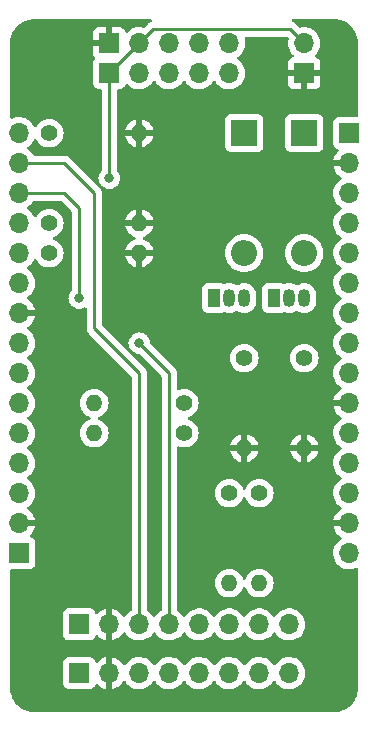
<source format=gbr>
%TF.GenerationSoftware,KiCad,Pcbnew,(6.0.7)*%
%TF.CreationDate,2023-01-08T16:14:19+02:00*%
%TF.ProjectId,Design,44657369-676e-42e6-9b69-6361645f7063,rev?*%
%TF.SameCoordinates,Original*%
%TF.FileFunction,Copper,L2,Bot*%
%TF.FilePolarity,Positive*%
%FSLAX46Y46*%
G04 Gerber Fmt 4.6, Leading zero omitted, Abs format (unit mm)*
G04 Created by KiCad (PCBNEW (6.0.7)) date 2023-01-08 16:14:19*
%MOMM*%
%LPD*%
G01*
G04 APERTURE LIST*
%TA.AperFunction,ComponentPad*%
%ADD10R,2.200000X2.200000*%
%TD*%
%TA.AperFunction,ComponentPad*%
%ADD11O,2.200000X2.200000*%
%TD*%
%TA.AperFunction,ComponentPad*%
%ADD12R,1.050000X1.500000*%
%TD*%
%TA.AperFunction,ComponentPad*%
%ADD13O,1.050000X1.500000*%
%TD*%
%TA.AperFunction,ComponentPad*%
%ADD14R,1.700000X1.700000*%
%TD*%
%TA.AperFunction,ComponentPad*%
%ADD15O,1.700000X1.700000*%
%TD*%
%TA.AperFunction,ComponentPad*%
%ADD16C,1.400000*%
%TD*%
%TA.AperFunction,ComponentPad*%
%ADD17O,1.400000X1.400000*%
%TD*%
%TA.AperFunction,ViaPad*%
%ADD18C,0.800000*%
%TD*%
%TA.AperFunction,Conductor*%
%ADD19C,0.250000*%
%TD*%
G04 APERTURE END LIST*
D10*
%TO.P,D1,1,K*%
%TO.N,A0*%
X92710000Y-58420000D03*
D11*
%TO.P,D1,2,A*%
%TO.N,Net-(D1-Pad2)*%
X92710000Y-68580000D03*
%TD*%
D12*
%TO.P,Q1,1,C*%
%TO.N,Xaxis*%
X90170000Y-72390000D03*
D13*
%TO.P,Q1,2,B*%
%TO.N,Net-(Q1-Pad2)*%
X91440000Y-72390000D03*
%TO.P,Q1,3,E*%
%TO.N,Net-(D1-Pad2)*%
X92710000Y-72390000D03*
%TD*%
D14*
%TO.P,J1,1,Pin_1*%
%TO.N,3V*%
X78740000Y-100012500D03*
D15*
%TO.P,J1,2,Pin_2*%
%TO.N,G*%
X81280000Y-100012500D03*
%TO.P,J1,3,Pin_3*%
%TO.N,D1*%
X83820000Y-100012500D03*
%TO.P,J1,4,Pin_4*%
%TO.N,D2*%
X86360000Y-100012500D03*
%TO.P,J1,5,Pin_5*%
%TO.N,unconnected-(J1-Pad5)*%
X88900000Y-100012500D03*
%TO.P,J1,6,Pin_6*%
%TO.N,unconnected-(J1-Pad6)*%
X91440000Y-100012500D03*
%TO.P,J1,7,Pin_7*%
%TO.N,Net-(J1-Pad7)*%
X93980000Y-100012500D03*
%TO.P,J1,8,Pin_8*%
%TO.N,unconnected-(J1-Pad8)*%
X96520000Y-100012500D03*
%TD*%
D14*
%TO.P,J3,1,Pin_1*%
%TO.N,3V*%
X73660000Y-93980000D03*
D15*
%TO.P,J3,2,Pin_2*%
%TO.N,G*%
X73660000Y-91440000D03*
%TO.P,J3,3,Pin_3*%
%TO.N,TX*%
X73660000Y-88900000D03*
%TO.P,J3,4,Pin_4*%
%TO.N,RT*%
X73660000Y-86360000D03*
%TO.P,J3,5,Pin_5*%
%TO.N,D8*%
X73660000Y-83820000D03*
%TO.P,J3,6,Pin_6*%
%TO.N,D7*%
X73660000Y-81280000D03*
%TO.P,J3,7,Pin_7*%
%TO.N,D6*%
X73660000Y-78740000D03*
%TO.P,J3,8,Pin_8*%
%TO.N,D5*%
X73660000Y-76200000D03*
%TO.P,J3,9,Pin_9*%
%TO.N,G*%
X73660000Y-73660000D03*
%TO.P,J3,10,Pin_10*%
%TO.N,3V*%
X73660000Y-71120000D03*
%TO.P,J3,11,Pin_11*%
%TO.N,D4*%
X73660000Y-68580000D03*
%TO.P,J3,12,Pin_12*%
%TO.N,D3*%
X73660000Y-66040000D03*
%TO.P,J3,13,Pin_13*%
%TO.N,D2*%
X73660000Y-63500000D03*
%TO.P,J3,14,Pin_14*%
%TO.N,D1*%
X73660000Y-60960000D03*
%TO.P,J3,15,Pin_15*%
%TO.N,D0*%
X73660000Y-58420000D03*
%TD*%
D16*
%TO.P,R6,1*%
%TO.N,D3*%
X76200000Y-66040000D03*
D17*
%TO.P,R6,2*%
%TO.N,G*%
X83820000Y-66040000D03*
%TD*%
D16*
%TO.P,R7,1*%
%TO.N,D4*%
X76200000Y-68580000D03*
D17*
%TO.P,R7,2*%
%TO.N,G*%
X83820000Y-68580000D03*
%TD*%
%TO.P,R5,2*%
%TO.N,G*%
X83820000Y-58420000D03*
D16*
%TO.P,R5,1*%
%TO.N,D0*%
X76200000Y-58420000D03*
%TD*%
D17*
%TO.P,R8,2*%
%TO.N,D8*%
X80010000Y-83820000D03*
D16*
%TO.P,R8,1*%
%TO.N,Net-(Q2-Pad2)*%
X87630000Y-83820000D03*
%TD*%
D17*
%TO.P,R9,2*%
%TO.N,G*%
X97790000Y-85090000D03*
D16*
%TO.P,R9,1*%
%TO.N,Net-(D2-Pad2)*%
X97790000Y-77470000D03*
%TD*%
D14*
%TO.P,J5,1,Pin_1*%
%TO.N,G*%
X81280000Y-50800000D03*
D15*
%TO.P,J5,2,Pin_2*%
%TO.N,3V*%
X83820000Y-50800000D03*
%TO.P,J5,3,Pin_3*%
%TO.N,Xaxis*%
X86360000Y-50800000D03*
%TO.P,J5,4,Pin_4*%
%TO.N,Yaxis*%
X88900000Y-50800000D03*
%TO.P,J5,5,Pin_5*%
%TO.N,unconnected-(J5-Pad5)*%
X91440000Y-50800000D03*
%TD*%
%TO.P,J7,5,Pin_5*%
%TO.N,unconnected-(J7-Pad5)*%
X91440000Y-53340000D03*
%TO.P,J7,4,Pin_4*%
%TO.N,D4*%
X88900000Y-53340000D03*
%TO.P,J7,3,Pin_3*%
%TO.N,D3*%
X86360000Y-53340000D03*
%TO.P,J7,2,Pin_2*%
%TO.N,D0*%
X83820000Y-53340000D03*
D14*
%TO.P,J7,1,Pin_1*%
%TO.N,3V*%
X81280000Y-53340000D03*
%TD*%
%TO.P,J6,1,Pin_1*%
%TO.N,G*%
X97790000Y-53340000D03*
D15*
%TO.P,J6,2,Pin_2*%
%TO.N,3V*%
X97790000Y-50800000D03*
%TD*%
D16*
%TO.P,R3,1*%
%TO.N,Net-(Q1-Pad2)*%
X87630000Y-81280000D03*
D17*
%TO.P,R3,2*%
%TO.N,D7*%
X80010000Y-81280000D03*
%TD*%
D10*
%TO.P,D2,1,K*%
%TO.N,A0*%
X97790000Y-58420000D03*
D11*
%TO.P,D2,2,A*%
%TO.N,Net-(D2-Pad2)*%
X97790000Y-68580000D03*
%TD*%
D12*
%TO.P,Q2,1,C*%
%TO.N,Yaxis*%
X95250000Y-72390000D03*
D13*
%TO.P,Q2,2,B*%
%TO.N,Net-(Q2-Pad2)*%
X96520000Y-72390000D03*
%TO.P,Q2,3,E*%
%TO.N,Net-(D2-Pad2)*%
X97790000Y-72390000D03*
%TD*%
D16*
%TO.P,R2,1*%
%TO.N,D6*%
X91440000Y-88900000D03*
D17*
%TO.P,R2,2*%
%TO.N,Net-(J4-Pad7)*%
X91440000Y-96520000D03*
%TD*%
D16*
%TO.P,R1,1*%
%TO.N,D5*%
X93980000Y-88900000D03*
D17*
%TO.P,R1,2*%
%TO.N,Net-(J1-Pad7)*%
X93980000Y-96520000D03*
%TD*%
%TO.P,R4,2*%
%TO.N,G*%
X92710000Y-85090000D03*
D16*
%TO.P,R4,1*%
%TO.N,Net-(D1-Pad2)*%
X92710000Y-77470000D03*
%TD*%
D14*
%TO.P,J2,1,Pin_1*%
%TO.N,A0*%
X101600000Y-58420000D03*
D15*
%TO.P,J2,2,Pin_2*%
%TO.N,G*%
X101600000Y-60960000D03*
%TO.P,J2,3,Pin_3*%
%TO.N,VV*%
X101600000Y-63500000D03*
%TO.P,J2,4,Pin_4*%
%TO.N,S3*%
X101600000Y-66040000D03*
%TO.P,J2,5,Pin_5*%
%TO.N,S2*%
X101600000Y-68580000D03*
%TO.P,J2,6,Pin_6*%
%TO.N,S1*%
X101600000Y-71120000D03*
%TO.P,J2,7,Pin_7*%
%TO.N,Sc*%
X101600000Y-73660000D03*
%TO.P,J2,8,Pin_8*%
%TO.N,S0*%
X101600000Y-76200000D03*
%TO.P,J2,9,Pin_9*%
%TO.N,SK*%
X101600000Y-78740000D03*
%TO.P,J2,10,Pin_10*%
%TO.N,G*%
X101600000Y-81280000D03*
%TO.P,J2,11,Pin_11*%
%TO.N,3V*%
X101600000Y-83820000D03*
%TO.P,J2,12,Pin_12*%
%TO.N,EN*%
X101600000Y-86360000D03*
%TO.P,J2,13,Pin_13*%
%TO.N,RST*%
X101600000Y-88900000D03*
%TO.P,J2,14,Pin_14*%
%TO.N,G*%
X101600000Y-91440000D03*
%TO.P,J2,15,Pin_15*%
%TO.N,Vin*%
X101600000Y-93980000D03*
%TD*%
%TO.P,J4,8,Pin_8*%
%TO.N,unconnected-(J4-Pad8)*%
X96520000Y-104140000D03*
%TO.P,J4,7,Pin_7*%
%TO.N,Net-(J4-Pad7)*%
X93980000Y-104140000D03*
%TO.P,J4,6,Pin_6*%
%TO.N,unconnected-(J4-Pad6)*%
X91440000Y-104140000D03*
%TO.P,J4,5,Pin_5*%
%TO.N,unconnected-(J4-Pad5)*%
X88900000Y-104140000D03*
%TO.P,J4,4,Pin_4*%
%TO.N,D2*%
X86360000Y-104140000D03*
%TO.P,J4,3,Pin_3*%
%TO.N,D1*%
X83820000Y-104140000D03*
%TO.P,J4,2,Pin_2*%
%TO.N,G*%
X81280000Y-104140000D03*
D14*
%TO.P,J4,1,Pin_1*%
%TO.N,3V*%
X78740000Y-104140000D03*
%TD*%
D18*
%TO.N,3V*%
X81280000Y-62230000D03*
%TO.N,D2*%
X78740000Y-72390000D03*
X83820000Y-76200000D03*
%TD*%
D19*
%TO.N,3V*%
X96615000Y-49625000D02*
X84995000Y-49625000D01*
X97790000Y-50800000D02*
X96615000Y-49625000D01*
X84995000Y-49625000D02*
X83820000Y-50800000D01*
X83820000Y-50800000D02*
X81280000Y-53340000D01*
X81280000Y-62230000D02*
X81280000Y-53340000D01*
%TO.N,D2*%
X77470000Y-63500000D02*
X73660000Y-63500000D01*
X78740000Y-64770000D02*
X77470000Y-63500000D01*
X78740000Y-72390000D02*
X78740000Y-64770000D01*
%TO.N,D1*%
X80010000Y-63500000D02*
X77470000Y-60960000D01*
X80010000Y-74930000D02*
X80010000Y-63500000D01*
X77470000Y-60960000D02*
X73660000Y-60960000D01*
X83820000Y-78740000D02*
X80010000Y-74930000D01*
X83820000Y-100012500D02*
X83820000Y-78740000D01*
%TO.N,D2*%
X86360000Y-78740000D02*
X83820000Y-76200000D01*
X86360000Y-100012500D02*
X86360000Y-78740000D01*
%TD*%
%TA.AperFunction,Conductor*%
%TO.N,G*%
G36*
X84844994Y-48788502D02*
G01*
X84891487Y-48842158D01*
X84901591Y-48912432D01*
X84872097Y-48977012D01*
X84823257Y-49011651D01*
X84795083Y-49022806D01*
X84783865Y-49026646D01*
X84741407Y-49038982D01*
X84734581Y-49043019D01*
X84723972Y-49049293D01*
X84706224Y-49057988D01*
X84687383Y-49065448D01*
X84680967Y-49070110D01*
X84680966Y-49070110D01*
X84651613Y-49091436D01*
X84641693Y-49097952D01*
X84610465Y-49116420D01*
X84610462Y-49116422D01*
X84603638Y-49120458D01*
X84589317Y-49134779D01*
X84574284Y-49147619D01*
X84557893Y-49159528D01*
X84552843Y-49165632D01*
X84552838Y-49165637D01*
X84529707Y-49193598D01*
X84521717Y-49202379D01*
X84277344Y-49446751D01*
X84215032Y-49480776D01*
X84166153Y-49481702D01*
X83953373Y-49443800D01*
X83953367Y-49443799D01*
X83948284Y-49442894D01*
X83874452Y-49441992D01*
X83730081Y-49440228D01*
X83730079Y-49440228D01*
X83724911Y-49440165D01*
X83504091Y-49473955D01*
X83291756Y-49543357D01*
X83093607Y-49646507D01*
X83089474Y-49649610D01*
X83089471Y-49649612D01*
X82919100Y-49777530D01*
X82914965Y-49780635D01*
X82911393Y-49784373D01*
X82833898Y-49865466D01*
X82772374Y-49900895D01*
X82701462Y-49897438D01*
X82643676Y-49856192D01*
X82624823Y-49822644D01*
X82583324Y-49711946D01*
X82574786Y-49696351D01*
X82498285Y-49594276D01*
X82485724Y-49581715D01*
X82383649Y-49505214D01*
X82368054Y-49496676D01*
X82247606Y-49451522D01*
X82232351Y-49447895D01*
X82181486Y-49442369D01*
X82174672Y-49442000D01*
X81552115Y-49442000D01*
X81536876Y-49446475D01*
X81535671Y-49447865D01*
X81534000Y-49455548D01*
X81534000Y-50928000D01*
X81513998Y-50996121D01*
X81460342Y-51042614D01*
X81408000Y-51054000D01*
X79940116Y-51054000D01*
X79924877Y-51058475D01*
X79923672Y-51059865D01*
X79922001Y-51067548D01*
X79922001Y-51694669D01*
X79922371Y-51701490D01*
X79927895Y-51752352D01*
X79931521Y-51767604D01*
X79976676Y-51888054D01*
X79985214Y-51903649D01*
X80052942Y-51994018D01*
X80077790Y-52060525D01*
X80062737Y-52129907D01*
X80052942Y-52145148D01*
X80040497Y-52161753D01*
X79979385Y-52243295D01*
X79928255Y-52379684D01*
X79921500Y-52441866D01*
X79921500Y-54238134D01*
X79928255Y-54300316D01*
X79979385Y-54436705D01*
X80066739Y-54553261D01*
X80183295Y-54640615D01*
X80319684Y-54691745D01*
X80381866Y-54698500D01*
X80520500Y-54698500D01*
X80588621Y-54718502D01*
X80635114Y-54772158D01*
X80646500Y-54824500D01*
X80646500Y-61527476D01*
X80626498Y-61595597D01*
X80614142Y-61611779D01*
X80540960Y-61693056D01*
X80445473Y-61858444D01*
X80386458Y-62040072D01*
X80366496Y-62230000D01*
X80367186Y-62236565D01*
X80381512Y-62372866D01*
X80386458Y-62419928D01*
X80445473Y-62601556D01*
X80448776Y-62607278D01*
X80448777Y-62607279D01*
X80468903Y-62642138D01*
X80540960Y-62766944D01*
X80545378Y-62771851D01*
X80545379Y-62771852D01*
X80628577Y-62864253D01*
X80644969Y-62898410D01*
X80655843Y-62900775D01*
X80669519Y-62909427D01*
X80813011Y-63013680D01*
X80823248Y-63021118D01*
X80829276Y-63023802D01*
X80829278Y-63023803D01*
X80972473Y-63087557D01*
X80997712Y-63098794D01*
X81076119Y-63115460D01*
X81178056Y-63137128D01*
X81178061Y-63137128D01*
X81184513Y-63138500D01*
X81375487Y-63138500D01*
X81381939Y-63137128D01*
X81381944Y-63137128D01*
X81483881Y-63115460D01*
X81562288Y-63098794D01*
X81587527Y-63087557D01*
X81730722Y-63023803D01*
X81730724Y-63023802D01*
X81736752Y-63021118D01*
X81746990Y-63013680D01*
X81802083Y-62973652D01*
X81891253Y-62908866D01*
X81911104Y-62886819D01*
X82014621Y-62771852D01*
X82014622Y-62771851D01*
X82019040Y-62766944D01*
X82091097Y-62642138D01*
X82111223Y-62607279D01*
X82111224Y-62607278D01*
X82114527Y-62601556D01*
X82173542Y-62419928D01*
X82178489Y-62372866D01*
X82192814Y-62236565D01*
X82193504Y-62230000D01*
X82173542Y-62040072D01*
X82114527Y-61858444D01*
X82019040Y-61693056D01*
X81945863Y-61611785D01*
X81915147Y-61547779D01*
X81913500Y-61527476D01*
X81913500Y-58686522D01*
X82640801Y-58686522D01*
X82679092Y-58829423D01*
X82682842Y-58839727D01*
X82767521Y-59021323D01*
X82772998Y-59030811D01*
X82887925Y-59194942D01*
X82894981Y-59203350D01*
X83036650Y-59345019D01*
X83045058Y-59352075D01*
X83209189Y-59467002D01*
X83218677Y-59472479D01*
X83400273Y-59557158D01*
X83410577Y-59560908D01*
X83548503Y-59597866D01*
X83562599Y-59597530D01*
X83566000Y-59589588D01*
X83566000Y-59584439D01*
X84074000Y-59584439D01*
X84077973Y-59597970D01*
X84086522Y-59599199D01*
X84202456Y-59568134D01*
X91101500Y-59568134D01*
X91108255Y-59630316D01*
X91159385Y-59766705D01*
X91246739Y-59883261D01*
X91363295Y-59970615D01*
X91499684Y-60021745D01*
X91561866Y-60028500D01*
X93858134Y-60028500D01*
X93920316Y-60021745D01*
X94056705Y-59970615D01*
X94173261Y-59883261D01*
X94260615Y-59766705D01*
X94311745Y-59630316D01*
X94318500Y-59568134D01*
X96181500Y-59568134D01*
X96188255Y-59630316D01*
X96239385Y-59766705D01*
X96326739Y-59883261D01*
X96443295Y-59970615D01*
X96579684Y-60021745D01*
X96641866Y-60028500D01*
X98938134Y-60028500D01*
X99000316Y-60021745D01*
X99136705Y-59970615D01*
X99253261Y-59883261D01*
X99340615Y-59766705D01*
X99391745Y-59630316D01*
X99398500Y-59568134D01*
X99398500Y-57271866D01*
X99391745Y-57209684D01*
X99340615Y-57073295D01*
X99253261Y-56956739D01*
X99136705Y-56869385D01*
X99000316Y-56818255D01*
X98938134Y-56811500D01*
X96641866Y-56811500D01*
X96579684Y-56818255D01*
X96443295Y-56869385D01*
X96326739Y-56956739D01*
X96239385Y-57073295D01*
X96188255Y-57209684D01*
X96181500Y-57271866D01*
X96181500Y-59568134D01*
X94318500Y-59568134D01*
X94318500Y-57271866D01*
X94311745Y-57209684D01*
X94260615Y-57073295D01*
X94173261Y-56956739D01*
X94056705Y-56869385D01*
X93920316Y-56818255D01*
X93858134Y-56811500D01*
X91561866Y-56811500D01*
X91499684Y-56818255D01*
X91363295Y-56869385D01*
X91246739Y-56956739D01*
X91159385Y-57073295D01*
X91108255Y-57209684D01*
X91101500Y-57271866D01*
X91101500Y-59568134D01*
X84202456Y-59568134D01*
X84229423Y-59560908D01*
X84239727Y-59557158D01*
X84421323Y-59472479D01*
X84430811Y-59467002D01*
X84594942Y-59352075D01*
X84603350Y-59345019D01*
X84745019Y-59203350D01*
X84752075Y-59194942D01*
X84867002Y-59030811D01*
X84872479Y-59021323D01*
X84957158Y-58839727D01*
X84960908Y-58829423D01*
X84997866Y-58691497D01*
X84997530Y-58677401D01*
X84989588Y-58674000D01*
X84092115Y-58674000D01*
X84076876Y-58678475D01*
X84075671Y-58679865D01*
X84074000Y-58687548D01*
X84074000Y-59584439D01*
X83566000Y-59584439D01*
X83566000Y-58692115D01*
X83561525Y-58676876D01*
X83560135Y-58675671D01*
X83552452Y-58674000D01*
X82655561Y-58674000D01*
X82642030Y-58677973D01*
X82640801Y-58686522D01*
X81913500Y-58686522D01*
X81913500Y-58148503D01*
X82642134Y-58148503D01*
X82642470Y-58162599D01*
X82650412Y-58166000D01*
X83547885Y-58166000D01*
X83563124Y-58161525D01*
X83564329Y-58160135D01*
X83566000Y-58152452D01*
X83566000Y-58147885D01*
X84074000Y-58147885D01*
X84078475Y-58163124D01*
X84079865Y-58164329D01*
X84087548Y-58166000D01*
X84984439Y-58166000D01*
X84997970Y-58162027D01*
X84999199Y-58153478D01*
X84960908Y-58010577D01*
X84957158Y-58000273D01*
X84872479Y-57818677D01*
X84867002Y-57809189D01*
X84752075Y-57645058D01*
X84745019Y-57636650D01*
X84603350Y-57494981D01*
X84594942Y-57487925D01*
X84430811Y-57372998D01*
X84421323Y-57367521D01*
X84239727Y-57282842D01*
X84229423Y-57279092D01*
X84091497Y-57242134D01*
X84077401Y-57242470D01*
X84074000Y-57250412D01*
X84074000Y-58147885D01*
X83566000Y-58147885D01*
X83566000Y-57255561D01*
X83562027Y-57242030D01*
X83553478Y-57240801D01*
X83410577Y-57279092D01*
X83400273Y-57282842D01*
X83218677Y-57367521D01*
X83209189Y-57372998D01*
X83045058Y-57487925D01*
X83036650Y-57494981D01*
X82894981Y-57636650D01*
X82887925Y-57645058D01*
X82772998Y-57809189D01*
X82767521Y-57818677D01*
X82682842Y-58000273D01*
X82679092Y-58010577D01*
X82642134Y-58148503D01*
X81913500Y-58148503D01*
X81913500Y-54824500D01*
X81933502Y-54756379D01*
X81987158Y-54709886D01*
X82039500Y-54698500D01*
X82178134Y-54698500D01*
X82240316Y-54691745D01*
X82376705Y-54640615D01*
X82493261Y-54553261D01*
X82580615Y-54436705D01*
X82602799Y-54377529D01*
X82624598Y-54319382D01*
X82667240Y-54262618D01*
X82733802Y-54237918D01*
X82803150Y-54253126D01*
X82837817Y-54281114D01*
X82866250Y-54313938D01*
X83038126Y-54456632D01*
X83231000Y-54569338D01*
X83439692Y-54649030D01*
X83444760Y-54650061D01*
X83444763Y-54650062D01*
X83552017Y-54671883D01*
X83658597Y-54693567D01*
X83663772Y-54693757D01*
X83663774Y-54693757D01*
X83876673Y-54701564D01*
X83876677Y-54701564D01*
X83881837Y-54701753D01*
X83886957Y-54701097D01*
X83886959Y-54701097D01*
X84098288Y-54674025D01*
X84098289Y-54674025D01*
X84103416Y-54673368D01*
X84108366Y-54671883D01*
X84312429Y-54610661D01*
X84312434Y-54610659D01*
X84317384Y-54609174D01*
X84517994Y-54510896D01*
X84699860Y-54381173D01*
X84858096Y-54223489D01*
X84988453Y-54042077D01*
X84989776Y-54043028D01*
X85036645Y-53999857D01*
X85106580Y-53987625D01*
X85172026Y-54015144D01*
X85199875Y-54046994D01*
X85259987Y-54145088D01*
X85406250Y-54313938D01*
X85578126Y-54456632D01*
X85771000Y-54569338D01*
X85979692Y-54649030D01*
X85984760Y-54650061D01*
X85984763Y-54650062D01*
X86092017Y-54671883D01*
X86198597Y-54693567D01*
X86203772Y-54693757D01*
X86203774Y-54693757D01*
X86416673Y-54701564D01*
X86416677Y-54701564D01*
X86421837Y-54701753D01*
X86426957Y-54701097D01*
X86426959Y-54701097D01*
X86638288Y-54674025D01*
X86638289Y-54674025D01*
X86643416Y-54673368D01*
X86648366Y-54671883D01*
X86852429Y-54610661D01*
X86852434Y-54610659D01*
X86857384Y-54609174D01*
X87057994Y-54510896D01*
X87239860Y-54381173D01*
X87398096Y-54223489D01*
X87528453Y-54042077D01*
X87529776Y-54043028D01*
X87576645Y-53999857D01*
X87646580Y-53987625D01*
X87712026Y-54015144D01*
X87739875Y-54046994D01*
X87799987Y-54145088D01*
X87946250Y-54313938D01*
X88118126Y-54456632D01*
X88311000Y-54569338D01*
X88519692Y-54649030D01*
X88524760Y-54650061D01*
X88524763Y-54650062D01*
X88632017Y-54671883D01*
X88738597Y-54693567D01*
X88743772Y-54693757D01*
X88743774Y-54693757D01*
X88956673Y-54701564D01*
X88956677Y-54701564D01*
X88961837Y-54701753D01*
X88966957Y-54701097D01*
X88966959Y-54701097D01*
X89178288Y-54674025D01*
X89178289Y-54674025D01*
X89183416Y-54673368D01*
X89188366Y-54671883D01*
X89392429Y-54610661D01*
X89392434Y-54610659D01*
X89397384Y-54609174D01*
X89597994Y-54510896D01*
X89779860Y-54381173D01*
X89938096Y-54223489D01*
X90068453Y-54042077D01*
X90069776Y-54043028D01*
X90116645Y-53999857D01*
X90186580Y-53987625D01*
X90252026Y-54015144D01*
X90279875Y-54046994D01*
X90339987Y-54145088D01*
X90486250Y-54313938D01*
X90658126Y-54456632D01*
X90851000Y-54569338D01*
X91059692Y-54649030D01*
X91064760Y-54650061D01*
X91064763Y-54650062D01*
X91172017Y-54671883D01*
X91278597Y-54693567D01*
X91283772Y-54693757D01*
X91283774Y-54693757D01*
X91496673Y-54701564D01*
X91496677Y-54701564D01*
X91501837Y-54701753D01*
X91506957Y-54701097D01*
X91506959Y-54701097D01*
X91718288Y-54674025D01*
X91718289Y-54674025D01*
X91723416Y-54673368D01*
X91728366Y-54671883D01*
X91932429Y-54610661D01*
X91932434Y-54610659D01*
X91937384Y-54609174D01*
X92137994Y-54510896D01*
X92319860Y-54381173D01*
X92466877Y-54234669D01*
X96432001Y-54234669D01*
X96432371Y-54241490D01*
X96437895Y-54292352D01*
X96441521Y-54307604D01*
X96486676Y-54428054D01*
X96495214Y-54443649D01*
X96571715Y-54545724D01*
X96584276Y-54558285D01*
X96686351Y-54634786D01*
X96701946Y-54643324D01*
X96822394Y-54688478D01*
X96837649Y-54692105D01*
X96888514Y-54697631D01*
X96895328Y-54698000D01*
X97517885Y-54698000D01*
X97533124Y-54693525D01*
X97534329Y-54692135D01*
X97536000Y-54684452D01*
X97536000Y-54679884D01*
X98044000Y-54679884D01*
X98048475Y-54695123D01*
X98049865Y-54696328D01*
X98057548Y-54697999D01*
X98684669Y-54697999D01*
X98691490Y-54697629D01*
X98742352Y-54692105D01*
X98757604Y-54688479D01*
X98878054Y-54643324D01*
X98893649Y-54634786D01*
X98995724Y-54558285D01*
X99008285Y-54545724D01*
X99084786Y-54443649D01*
X99093324Y-54428054D01*
X99138478Y-54307606D01*
X99142105Y-54292351D01*
X99147631Y-54241486D01*
X99148000Y-54234672D01*
X99148000Y-53612115D01*
X99143525Y-53596876D01*
X99142135Y-53595671D01*
X99134452Y-53594000D01*
X98062115Y-53594000D01*
X98046876Y-53598475D01*
X98045671Y-53599865D01*
X98044000Y-53607548D01*
X98044000Y-54679884D01*
X97536000Y-54679884D01*
X97536000Y-53612115D01*
X97531525Y-53596876D01*
X97530135Y-53595671D01*
X97522452Y-53594000D01*
X96450116Y-53594000D01*
X96434877Y-53598475D01*
X96433672Y-53599865D01*
X96432001Y-53607548D01*
X96432001Y-54234669D01*
X92466877Y-54234669D01*
X92478096Y-54223489D01*
X92608453Y-54042077D01*
X92629320Y-53999857D01*
X92705136Y-53846453D01*
X92705137Y-53846451D01*
X92707430Y-53841811D01*
X92772370Y-53628069D01*
X92801529Y-53406590D01*
X92803156Y-53340000D01*
X92784852Y-53117361D01*
X92730431Y-52900702D01*
X92641354Y-52695840D01*
X92520014Y-52508277D01*
X92369670Y-52343051D01*
X92365619Y-52339852D01*
X92365615Y-52339848D01*
X92198414Y-52207800D01*
X92198410Y-52207798D01*
X92194359Y-52204598D01*
X92153053Y-52181796D01*
X92103084Y-52131364D01*
X92088312Y-52061921D01*
X92113428Y-51995516D01*
X92140780Y-51968909D01*
X92184603Y-51937650D01*
X92319860Y-51841173D01*
X92344323Y-51816796D01*
X92474435Y-51687137D01*
X92478096Y-51683489D01*
X92537594Y-51600689D01*
X92605435Y-51506277D01*
X92608453Y-51502077D01*
X92629320Y-51459857D01*
X92705136Y-51306453D01*
X92705137Y-51306451D01*
X92707430Y-51301811D01*
X92772370Y-51088069D01*
X92801529Y-50866590D01*
X92802139Y-50841621D01*
X92803074Y-50803365D01*
X92803074Y-50803361D01*
X92803156Y-50800000D01*
X92784852Y-50577361D01*
X92776616Y-50544570D01*
X92744119Y-50415195D01*
X92746923Y-50344254D01*
X92787636Y-50286091D01*
X92853331Y-50259172D01*
X92866323Y-50258500D01*
X96300406Y-50258500D01*
X96368527Y-50278502D01*
X96389501Y-50295405D01*
X96439778Y-50345682D01*
X96473804Y-50407994D01*
X96472100Y-50468448D01*
X96450989Y-50544570D01*
X96450441Y-50549700D01*
X96450440Y-50549704D01*
X96446933Y-50582522D01*
X96427251Y-50766695D01*
X96427548Y-50771848D01*
X96427548Y-50771851D01*
X96433011Y-50866590D01*
X96440110Y-50989715D01*
X96441247Y-50994761D01*
X96441248Y-50994767D01*
X96452031Y-51042614D01*
X96489222Y-51207639D01*
X96573266Y-51414616D01*
X96624019Y-51497438D01*
X96687291Y-51600688D01*
X96689987Y-51605088D01*
X96836250Y-51773938D01*
X96840225Y-51777238D01*
X96840231Y-51777244D01*
X96845425Y-51781556D01*
X96885059Y-51840460D01*
X96886555Y-51911441D01*
X96849439Y-51971962D01*
X96809168Y-51996480D01*
X96701946Y-52036676D01*
X96686351Y-52045214D01*
X96584276Y-52121715D01*
X96571715Y-52134276D01*
X96495214Y-52236351D01*
X96486676Y-52251946D01*
X96441522Y-52372394D01*
X96437895Y-52387649D01*
X96432369Y-52438514D01*
X96432000Y-52445328D01*
X96432000Y-53067885D01*
X96436475Y-53083124D01*
X96437865Y-53084329D01*
X96445548Y-53086000D01*
X99129884Y-53086000D01*
X99145123Y-53081525D01*
X99146328Y-53080135D01*
X99147999Y-53072452D01*
X99147999Y-52445331D01*
X99147629Y-52438510D01*
X99142105Y-52387648D01*
X99138479Y-52372396D01*
X99093324Y-52251946D01*
X99084786Y-52236351D01*
X99008285Y-52134276D01*
X98995724Y-52121715D01*
X98893649Y-52045214D01*
X98878054Y-52036676D01*
X98767813Y-51995348D01*
X98711049Y-51952706D01*
X98686349Y-51886145D01*
X98701557Y-51816796D01*
X98723104Y-51788115D01*
X98824430Y-51687144D01*
X98824440Y-51687132D01*
X98828096Y-51683489D01*
X98887594Y-51600689D01*
X98955435Y-51506277D01*
X98958453Y-51502077D01*
X98979320Y-51459857D01*
X99055136Y-51306453D01*
X99055137Y-51306451D01*
X99057430Y-51301811D01*
X99122370Y-51088069D01*
X99151529Y-50866590D01*
X99152139Y-50841621D01*
X99153074Y-50803365D01*
X99153074Y-50803361D01*
X99153156Y-50800000D01*
X99134852Y-50577361D01*
X99080431Y-50360702D01*
X98991354Y-50155840D01*
X98870014Y-49968277D01*
X98719670Y-49803051D01*
X98715619Y-49799852D01*
X98715615Y-49799848D01*
X98548414Y-49667800D01*
X98548410Y-49667798D01*
X98544359Y-49664598D01*
X98348789Y-49556638D01*
X98343920Y-49554914D01*
X98343916Y-49554912D01*
X98143087Y-49483795D01*
X98143083Y-49483794D01*
X98138212Y-49482069D01*
X98133119Y-49481162D01*
X98133116Y-49481161D01*
X97923373Y-49443800D01*
X97923367Y-49443799D01*
X97918284Y-49442894D01*
X97844452Y-49441992D01*
X97700081Y-49440228D01*
X97700079Y-49440228D01*
X97694911Y-49440165D01*
X97474091Y-49473955D01*
X97461532Y-49478060D01*
X97390568Y-49480210D01*
X97333294Y-49447389D01*
X97118652Y-49232747D01*
X97111112Y-49224461D01*
X97107000Y-49217982D01*
X97081034Y-49193598D01*
X97057349Y-49171357D01*
X97054507Y-49168602D01*
X97034770Y-49148865D01*
X97031573Y-49146385D01*
X97022551Y-49138680D01*
X97009122Y-49126069D01*
X96990321Y-49108414D01*
X96983375Y-49104595D01*
X96983372Y-49104593D01*
X96972566Y-49098652D01*
X96956047Y-49087801D01*
X96955583Y-49087441D01*
X96940041Y-49075386D01*
X96932772Y-49072241D01*
X96932768Y-49072238D01*
X96899463Y-49057826D01*
X96888813Y-49052609D01*
X96850060Y-49031305D01*
X96830437Y-49026267D01*
X96811734Y-49019863D01*
X96793145Y-49011819D01*
X96793868Y-49010149D01*
X96742406Y-48977282D01*
X96712730Y-48912785D01*
X96722635Y-48842483D01*
X96768975Y-48788696D01*
X96837396Y-48768500D01*
X100280633Y-48768500D01*
X100300018Y-48770000D01*
X100314851Y-48772310D01*
X100314855Y-48772310D01*
X100323724Y-48773691D01*
X100332626Y-48772527D01*
X100332629Y-48772527D01*
X100340012Y-48771561D01*
X100364591Y-48770767D01*
X100391442Y-48772527D01*
X100586922Y-48785340D01*
X100603262Y-48787491D01*
X100725478Y-48811801D01*
X100847696Y-48836112D01*
X100863606Y-48840375D01*
X101099600Y-48920484D01*
X101114826Y-48926791D01*
X101338342Y-49037016D01*
X101352616Y-49045257D01*
X101559829Y-49183713D01*
X101572905Y-49193746D01*
X101760278Y-49358068D01*
X101771932Y-49369722D01*
X101936254Y-49557095D01*
X101946287Y-49570171D01*
X102084743Y-49777384D01*
X102092984Y-49791658D01*
X102203209Y-50015174D01*
X102209515Y-50030398D01*
X102289625Y-50266394D01*
X102293888Y-50282304D01*
X102296494Y-50295405D01*
X102342509Y-50526738D01*
X102344660Y-50543078D01*
X102358763Y-50758236D01*
X102357733Y-50781350D01*
X102357690Y-50784854D01*
X102356309Y-50793724D01*
X102357473Y-50802626D01*
X102357473Y-50802628D01*
X102360436Y-50825283D01*
X102361500Y-50841621D01*
X102361500Y-56935500D01*
X102341498Y-57003621D01*
X102287842Y-57050114D01*
X102235500Y-57061500D01*
X100701866Y-57061500D01*
X100639684Y-57068255D01*
X100503295Y-57119385D01*
X100386739Y-57206739D01*
X100299385Y-57323295D01*
X100248255Y-57459684D01*
X100241500Y-57521866D01*
X100241500Y-59318134D01*
X100248255Y-59380316D01*
X100299385Y-59516705D01*
X100386739Y-59633261D01*
X100503295Y-59720615D01*
X100511704Y-59723767D01*
X100511705Y-59723768D01*
X100620960Y-59764726D01*
X100677725Y-59807367D01*
X100702425Y-59873929D01*
X100687218Y-59943278D01*
X100667825Y-59969759D01*
X100544590Y-60098717D01*
X100538104Y-60106727D01*
X100418098Y-60282649D01*
X100413000Y-60291623D01*
X100323338Y-60484783D01*
X100319775Y-60494470D01*
X100264389Y-60694183D01*
X100265912Y-60702607D01*
X100278292Y-60706000D01*
X101728000Y-60706000D01*
X101796121Y-60726002D01*
X101842614Y-60779658D01*
X101854000Y-60832000D01*
X101854000Y-61088000D01*
X101833998Y-61156121D01*
X101780342Y-61202614D01*
X101728000Y-61214000D01*
X100283225Y-61214000D01*
X100269694Y-61217973D01*
X100268257Y-61227966D01*
X100298565Y-61362446D01*
X100301645Y-61372275D01*
X100381770Y-61569603D01*
X100386413Y-61578794D01*
X100497694Y-61760388D01*
X100503777Y-61768699D01*
X100643213Y-61929667D01*
X100650580Y-61936883D01*
X100814434Y-62072916D01*
X100822881Y-62078831D01*
X100891969Y-62119203D01*
X100940693Y-62170842D01*
X100953764Y-62240625D01*
X100927033Y-62306396D01*
X100886584Y-62339752D01*
X100873607Y-62346507D01*
X100869474Y-62349610D01*
X100869471Y-62349612D01*
X100699100Y-62477530D01*
X100694965Y-62480635D01*
X100540629Y-62642138D01*
X100414743Y-62826680D01*
X100376594Y-62908866D01*
X100326290Y-63017237D01*
X100320688Y-63029305D01*
X100260989Y-63244570D01*
X100237251Y-63466695D01*
X100237548Y-63471848D01*
X100237548Y-63471851D01*
X100238598Y-63490060D01*
X100250110Y-63689715D01*
X100251247Y-63694761D01*
X100251248Y-63694767D01*
X100258174Y-63725499D01*
X100299222Y-63907639D01*
X100383266Y-64114616D01*
X100432285Y-64194608D01*
X100481259Y-64274526D01*
X100499987Y-64305088D01*
X100646250Y-64473938D01*
X100818126Y-64616632D01*
X100888595Y-64657811D01*
X100891445Y-64659476D01*
X100940169Y-64711114D01*
X100953240Y-64780897D01*
X100926509Y-64846669D01*
X100886055Y-64880027D01*
X100873607Y-64886507D01*
X100869474Y-64889610D01*
X100869471Y-64889612D01*
X100732349Y-64992566D01*
X100694965Y-65020635D01*
X100540629Y-65182138D01*
X100414743Y-65366680D01*
X100320688Y-65569305D01*
X100260989Y-65784570D01*
X100237251Y-66006695D01*
X100237548Y-66011848D01*
X100237548Y-66011851D01*
X100239171Y-66040000D01*
X100250110Y-66229715D01*
X100251247Y-66234761D01*
X100251248Y-66234767D01*
X100272275Y-66328069D01*
X100299222Y-66447639D01*
X100383266Y-66654616D01*
X100385965Y-66659020D01*
X100486863Y-66823671D01*
X100499987Y-66845088D01*
X100646250Y-67013938D01*
X100818126Y-67156632D01*
X100859673Y-67180910D01*
X100891445Y-67199476D01*
X100940169Y-67251114D01*
X100953240Y-67320897D01*
X100926509Y-67386669D01*
X100886055Y-67420027D01*
X100873607Y-67426507D01*
X100869474Y-67429610D01*
X100869471Y-67429612D01*
X100732349Y-67532566D01*
X100694965Y-67560635D01*
X100540629Y-67722138D01*
X100414743Y-67906680D01*
X100383753Y-67973442D01*
X100335760Y-68076836D01*
X100320688Y-68109305D01*
X100260989Y-68324570D01*
X100237251Y-68546695D01*
X100237548Y-68551848D01*
X100237548Y-68551851D01*
X100239487Y-68585475D01*
X100250110Y-68769715D01*
X100251247Y-68774761D01*
X100251248Y-68774767D01*
X100268680Y-68852115D01*
X100299222Y-68987639D01*
X100383266Y-69194616D01*
X100385965Y-69199020D01*
X100486863Y-69363671D01*
X100499987Y-69385088D01*
X100646250Y-69553938D01*
X100818126Y-69696632D01*
X100859670Y-69720908D01*
X100891445Y-69739476D01*
X100940169Y-69791114D01*
X100953240Y-69860897D01*
X100926509Y-69926669D01*
X100886055Y-69960027D01*
X100873607Y-69966507D01*
X100869474Y-69969610D01*
X100869471Y-69969612D01*
X100845247Y-69987800D01*
X100694965Y-70100635D01*
X100540629Y-70262138D01*
X100414743Y-70446680D01*
X100320688Y-70649305D01*
X100260989Y-70864570D01*
X100237251Y-71086695D01*
X100237548Y-71091848D01*
X100237548Y-71091851D01*
X100243906Y-71202119D01*
X100250110Y-71309715D01*
X100251247Y-71314761D01*
X100251248Y-71314767D01*
X100267326Y-71386109D01*
X100299222Y-71527639D01*
X100383266Y-71734616D01*
X100499987Y-71925088D01*
X100646250Y-72093938D01*
X100818126Y-72236632D01*
X100833470Y-72245598D01*
X100891445Y-72279476D01*
X100940169Y-72331114D01*
X100953240Y-72400897D01*
X100926509Y-72466669D01*
X100886055Y-72500027D01*
X100873607Y-72506507D01*
X100869474Y-72509610D01*
X100869471Y-72509612D01*
X100699100Y-72637530D01*
X100694965Y-72640635D01*
X100540629Y-72802138D01*
X100414743Y-72986680D01*
X100378873Y-73063955D01*
X100323524Y-73183196D01*
X100320688Y-73189305D01*
X100260989Y-73404570D01*
X100237251Y-73626695D01*
X100237548Y-73631848D01*
X100237548Y-73631851D01*
X100238168Y-73642598D01*
X100250110Y-73849715D01*
X100251247Y-73854761D01*
X100251248Y-73854767D01*
X100264597Y-73914000D01*
X100299222Y-74067639D01*
X100383266Y-74274616D01*
X100499987Y-74465088D01*
X100646250Y-74633938D01*
X100818126Y-74776632D01*
X100833470Y-74785598D01*
X100891445Y-74819476D01*
X100940169Y-74871114D01*
X100953240Y-74940897D01*
X100926509Y-75006669D01*
X100886055Y-75040027D01*
X100873607Y-75046507D01*
X100869474Y-75049610D01*
X100869471Y-75049612D01*
X100699100Y-75177530D01*
X100694965Y-75180635D01*
X100691393Y-75184373D01*
X100546798Y-75335683D01*
X100540629Y-75342138D01*
X100414743Y-75526680D01*
X100320688Y-75729305D01*
X100260989Y-75944570D01*
X100237251Y-76166695D01*
X100237548Y-76171848D01*
X100237548Y-76171851D01*
X100243011Y-76266590D01*
X100250110Y-76389715D01*
X100251247Y-76394761D01*
X100251248Y-76394767D01*
X100256802Y-76419411D01*
X100299222Y-76607639D01*
X100383266Y-76814616D01*
X100385965Y-76819020D01*
X100493072Y-76993803D01*
X100499987Y-77005088D01*
X100646250Y-77173938D01*
X100818126Y-77316632D01*
X100833470Y-77325598D01*
X100891445Y-77359476D01*
X100940169Y-77411114D01*
X100953240Y-77480897D01*
X100926509Y-77546669D01*
X100886055Y-77580027D01*
X100873607Y-77586507D01*
X100869474Y-77589610D01*
X100869471Y-77589612D01*
X100699100Y-77717530D01*
X100694965Y-77720635D01*
X100540629Y-77882138D01*
X100537715Y-77886410D01*
X100537714Y-77886411D01*
X100525404Y-77904457D01*
X100414743Y-78066680D01*
X100320688Y-78269305D01*
X100260989Y-78484570D01*
X100237251Y-78706695D01*
X100237548Y-78711848D01*
X100237548Y-78711851D01*
X100243011Y-78806590D01*
X100250110Y-78929715D01*
X100251247Y-78934761D01*
X100251248Y-78934767D01*
X100258174Y-78965499D01*
X100299222Y-79147639D01*
X100383266Y-79354616D01*
X100499987Y-79545088D01*
X100646250Y-79713938D01*
X100818126Y-79856632D01*
X100833470Y-79865598D01*
X100891955Y-79899774D01*
X100940679Y-79951412D01*
X100953750Y-80021195D01*
X100927019Y-80086967D01*
X100886562Y-80120327D01*
X100878457Y-80124546D01*
X100869738Y-80130036D01*
X100699433Y-80257905D01*
X100691726Y-80264748D01*
X100544590Y-80418717D01*
X100538104Y-80426727D01*
X100418098Y-80602649D01*
X100413000Y-80611623D01*
X100323338Y-80804783D01*
X100319775Y-80814470D01*
X100264389Y-81014183D01*
X100265912Y-81022607D01*
X100278292Y-81026000D01*
X101728000Y-81026000D01*
X101796121Y-81046002D01*
X101842614Y-81099658D01*
X101854000Y-81152000D01*
X101854000Y-81408000D01*
X101833998Y-81476121D01*
X101780342Y-81522614D01*
X101728000Y-81534000D01*
X100283225Y-81534000D01*
X100269694Y-81537973D01*
X100268257Y-81547966D01*
X100298565Y-81682446D01*
X100301645Y-81692275D01*
X100381770Y-81889603D01*
X100386413Y-81898794D01*
X100497694Y-82080388D01*
X100503777Y-82088699D01*
X100643213Y-82249667D01*
X100650580Y-82256883D01*
X100814434Y-82392916D01*
X100822881Y-82398831D01*
X100891969Y-82439203D01*
X100940693Y-82490842D01*
X100953764Y-82560625D01*
X100927033Y-82626396D01*
X100886584Y-82659752D01*
X100873607Y-82666507D01*
X100869474Y-82669610D01*
X100869471Y-82669612D01*
X100732349Y-82772566D01*
X100694965Y-82800635D01*
X100540629Y-82962138D01*
X100414743Y-83146680D01*
X100320688Y-83349305D01*
X100260989Y-83564570D01*
X100237251Y-83786695D01*
X100237548Y-83791848D01*
X100237548Y-83791851D01*
X100246831Y-83952842D01*
X100250110Y-84009715D01*
X100251247Y-84014761D01*
X100251248Y-84014767D01*
X100271119Y-84102939D01*
X100299222Y-84227639D01*
X100383266Y-84434616D01*
X100385965Y-84439020D01*
X100486863Y-84603671D01*
X100499987Y-84625088D01*
X100646250Y-84793938D01*
X100818126Y-84936632D01*
X100860476Y-84961379D01*
X100891445Y-84979476D01*
X100940169Y-85031114D01*
X100953240Y-85100897D01*
X100926509Y-85166669D01*
X100886055Y-85200027D01*
X100873607Y-85206507D01*
X100869474Y-85209610D01*
X100869471Y-85209612D01*
X100845247Y-85227800D01*
X100694965Y-85340635D01*
X100540629Y-85502138D01*
X100414743Y-85686680D01*
X100320688Y-85889305D01*
X100260989Y-86104570D01*
X100237251Y-86326695D01*
X100237548Y-86331848D01*
X100237548Y-86331851D01*
X100243011Y-86426590D01*
X100250110Y-86549715D01*
X100251247Y-86554761D01*
X100251248Y-86554767D01*
X100271119Y-86642939D01*
X100299222Y-86767639D01*
X100383266Y-86974616D01*
X100499987Y-87165088D01*
X100646250Y-87333938D01*
X100818126Y-87476632D01*
X100833470Y-87485598D01*
X100891445Y-87519476D01*
X100940169Y-87571114D01*
X100953240Y-87640897D01*
X100926509Y-87706669D01*
X100886055Y-87740027D01*
X100873607Y-87746507D01*
X100869474Y-87749610D01*
X100869471Y-87749612D01*
X100732349Y-87852566D01*
X100694965Y-87880635D01*
X100540629Y-88042138D01*
X100414743Y-88226680D01*
X100320688Y-88429305D01*
X100260989Y-88644570D01*
X100237251Y-88866695D01*
X100237548Y-88871848D01*
X100237548Y-88871851D01*
X100243011Y-88966590D01*
X100250110Y-89089715D01*
X100251247Y-89094761D01*
X100251248Y-89094767D01*
X100273392Y-89193023D01*
X100299222Y-89307639D01*
X100383266Y-89514616D01*
X100385965Y-89519020D01*
X100486863Y-89683671D01*
X100499987Y-89705088D01*
X100646250Y-89873938D01*
X100818126Y-90016632D01*
X100860476Y-90041379D01*
X100891955Y-90059774D01*
X100940679Y-90111412D01*
X100953750Y-90181195D01*
X100927019Y-90246967D01*
X100886562Y-90280327D01*
X100878457Y-90284546D01*
X100869738Y-90290036D01*
X100699433Y-90417905D01*
X100691726Y-90424748D01*
X100544590Y-90578717D01*
X100538104Y-90586727D01*
X100418098Y-90762649D01*
X100413000Y-90771623D01*
X100323338Y-90964783D01*
X100319775Y-90974470D01*
X100264389Y-91174183D01*
X100265912Y-91182607D01*
X100278292Y-91186000D01*
X101728000Y-91186000D01*
X101796121Y-91206002D01*
X101842614Y-91259658D01*
X101854000Y-91312000D01*
X101854000Y-91568000D01*
X101833998Y-91636121D01*
X101780342Y-91682614D01*
X101728000Y-91694000D01*
X100283225Y-91694000D01*
X100269694Y-91697973D01*
X100268257Y-91707966D01*
X100298565Y-91842446D01*
X100301645Y-91852275D01*
X100381770Y-92049603D01*
X100386413Y-92058794D01*
X100497694Y-92240388D01*
X100503777Y-92248699D01*
X100643213Y-92409667D01*
X100650580Y-92416883D01*
X100814434Y-92552916D01*
X100822881Y-92558831D01*
X100891969Y-92599203D01*
X100940693Y-92650842D01*
X100953764Y-92720625D01*
X100927033Y-92786396D01*
X100886584Y-92819752D01*
X100873607Y-92826507D01*
X100869474Y-92829610D01*
X100869471Y-92829612D01*
X100699100Y-92957530D01*
X100694965Y-92960635D01*
X100540629Y-93122138D01*
X100414743Y-93306680D01*
X100320688Y-93509305D01*
X100260989Y-93724570D01*
X100237251Y-93946695D01*
X100250110Y-94169715D01*
X100251247Y-94174761D01*
X100251248Y-94174767D01*
X100275304Y-94281508D01*
X100299222Y-94387639D01*
X100383266Y-94594616D01*
X100499987Y-94785088D01*
X100646250Y-94953938D01*
X100818126Y-95096632D01*
X101011000Y-95209338D01*
X101219692Y-95289030D01*
X101224760Y-95290061D01*
X101224763Y-95290062D01*
X101309801Y-95307363D01*
X101438597Y-95333567D01*
X101443772Y-95333757D01*
X101443774Y-95333757D01*
X101656673Y-95341564D01*
X101656677Y-95341564D01*
X101661837Y-95341753D01*
X101666957Y-95341097D01*
X101666959Y-95341097D01*
X101878288Y-95314025D01*
X101878289Y-95314025D01*
X101883416Y-95313368D01*
X101905028Y-95306884D01*
X102092429Y-95250661D01*
X102092434Y-95250659D01*
X102097384Y-95249174D01*
X102180070Y-95208666D01*
X102250041Y-95196660D01*
X102315398Y-95224390D01*
X102355388Y-95283052D01*
X102361500Y-95321818D01*
X102361500Y-105360633D01*
X102360000Y-105380018D01*
X102357690Y-105394851D01*
X102357690Y-105394855D01*
X102356309Y-105403724D01*
X102357473Y-105412626D01*
X102357473Y-105412629D01*
X102358439Y-105420012D01*
X102359233Y-105444591D01*
X102344660Y-105666922D01*
X102342509Y-105683262D01*
X102293889Y-105927693D01*
X102289625Y-105943606D01*
X102255312Y-106044689D01*
X102209516Y-106179600D01*
X102203209Y-106194826D01*
X102092984Y-106418342D01*
X102084743Y-106432616D01*
X101946287Y-106639829D01*
X101936254Y-106652905D01*
X101771932Y-106840278D01*
X101760278Y-106851932D01*
X101572905Y-107016254D01*
X101559829Y-107026287D01*
X101352616Y-107164743D01*
X101338342Y-107172984D01*
X101114826Y-107283209D01*
X101099602Y-107289515D01*
X100863606Y-107369625D01*
X100847696Y-107373888D01*
X100725478Y-107398199D01*
X100603262Y-107422509D01*
X100586922Y-107424660D01*
X100438134Y-107434413D01*
X100371763Y-107438763D01*
X100348650Y-107437733D01*
X100345146Y-107437690D01*
X100336276Y-107436309D01*
X100327374Y-107437473D01*
X100327372Y-107437473D01*
X100313915Y-107439233D01*
X100304714Y-107440436D01*
X100288379Y-107441500D01*
X74979367Y-107441500D01*
X74959982Y-107440000D01*
X74945149Y-107437690D01*
X74945145Y-107437690D01*
X74936276Y-107436309D01*
X74927374Y-107437473D01*
X74927371Y-107437473D01*
X74919988Y-107438439D01*
X74895409Y-107439233D01*
X74850799Y-107436309D01*
X74673078Y-107424660D01*
X74656738Y-107422509D01*
X74534522Y-107398199D01*
X74412304Y-107373888D01*
X74396394Y-107369625D01*
X74160398Y-107289515D01*
X74145174Y-107283209D01*
X73921658Y-107172984D01*
X73907384Y-107164743D01*
X73700171Y-107026287D01*
X73687095Y-107016254D01*
X73499722Y-106851932D01*
X73488068Y-106840278D01*
X73323746Y-106652905D01*
X73313713Y-106639829D01*
X73175257Y-106432616D01*
X73167016Y-106418342D01*
X73056791Y-106194826D01*
X73050484Y-106179600D01*
X73004688Y-106044689D01*
X72970375Y-105943606D01*
X72966111Y-105927693D01*
X72917491Y-105683262D01*
X72915340Y-105666922D01*
X72901476Y-105455407D01*
X72902650Y-105432232D01*
X72902334Y-105432204D01*
X72902770Y-105427344D01*
X72903576Y-105422552D01*
X72903729Y-105410000D01*
X72899773Y-105382376D01*
X72898500Y-105364514D01*
X72898500Y-105038134D01*
X77381500Y-105038134D01*
X77388255Y-105100316D01*
X77439385Y-105236705D01*
X77526739Y-105353261D01*
X77643295Y-105440615D01*
X77779684Y-105491745D01*
X77841866Y-105498500D01*
X79638134Y-105498500D01*
X79700316Y-105491745D01*
X79836705Y-105440615D01*
X79953261Y-105353261D01*
X80040615Y-105236705D01*
X80084798Y-105118848D01*
X80127440Y-105062084D01*
X80194001Y-105037384D01*
X80263350Y-105052592D01*
X80298017Y-105080580D01*
X80323218Y-105109673D01*
X80330580Y-105116883D01*
X80494434Y-105252916D01*
X80502881Y-105258831D01*
X80686756Y-105366279D01*
X80696042Y-105370729D01*
X80895001Y-105446703D01*
X80904899Y-105449579D01*
X81008250Y-105470606D01*
X81022299Y-105469410D01*
X81026000Y-105459065D01*
X81026000Y-105458517D01*
X81534000Y-105458517D01*
X81538064Y-105472359D01*
X81551478Y-105474393D01*
X81558184Y-105473534D01*
X81568262Y-105471392D01*
X81772255Y-105410191D01*
X81781842Y-105406433D01*
X81973095Y-105312739D01*
X81981945Y-105307464D01*
X82155328Y-105183792D01*
X82163200Y-105177139D01*
X82314052Y-105026812D01*
X82320730Y-105018965D01*
X82448022Y-104841819D01*
X82449279Y-104842722D01*
X82496373Y-104799362D01*
X82566311Y-104787145D01*
X82631751Y-104814678D01*
X82659579Y-104846511D01*
X82719987Y-104945088D01*
X82866250Y-105113938D01*
X83038126Y-105256632D01*
X83231000Y-105369338D01*
X83439692Y-105449030D01*
X83444760Y-105450061D01*
X83444763Y-105450062D01*
X83539862Y-105469410D01*
X83658597Y-105493567D01*
X83663772Y-105493757D01*
X83663774Y-105493757D01*
X83876673Y-105501564D01*
X83876677Y-105501564D01*
X83881837Y-105501753D01*
X83886957Y-105501097D01*
X83886959Y-105501097D01*
X84098288Y-105474025D01*
X84098289Y-105474025D01*
X84103416Y-105473368D01*
X84108366Y-105471883D01*
X84312429Y-105410661D01*
X84312434Y-105410659D01*
X84317384Y-105409174D01*
X84517994Y-105310896D01*
X84699860Y-105181173D01*
X84858096Y-105023489D01*
X84988453Y-104842077D01*
X84989776Y-104843028D01*
X85036645Y-104799857D01*
X85106580Y-104787625D01*
X85172026Y-104815144D01*
X85199875Y-104846994D01*
X85259987Y-104945088D01*
X85406250Y-105113938D01*
X85578126Y-105256632D01*
X85771000Y-105369338D01*
X85979692Y-105449030D01*
X85984760Y-105450061D01*
X85984763Y-105450062D01*
X86079862Y-105469410D01*
X86198597Y-105493567D01*
X86203772Y-105493757D01*
X86203774Y-105493757D01*
X86416673Y-105501564D01*
X86416677Y-105501564D01*
X86421837Y-105501753D01*
X86426957Y-105501097D01*
X86426959Y-105501097D01*
X86638288Y-105474025D01*
X86638289Y-105474025D01*
X86643416Y-105473368D01*
X86648366Y-105471883D01*
X86852429Y-105410661D01*
X86852434Y-105410659D01*
X86857384Y-105409174D01*
X87057994Y-105310896D01*
X87239860Y-105181173D01*
X87398096Y-105023489D01*
X87528453Y-104842077D01*
X87529776Y-104843028D01*
X87576645Y-104799857D01*
X87646580Y-104787625D01*
X87712026Y-104815144D01*
X87739875Y-104846994D01*
X87799987Y-104945088D01*
X87946250Y-105113938D01*
X88118126Y-105256632D01*
X88311000Y-105369338D01*
X88519692Y-105449030D01*
X88524760Y-105450061D01*
X88524763Y-105450062D01*
X88619862Y-105469410D01*
X88738597Y-105493567D01*
X88743772Y-105493757D01*
X88743774Y-105493757D01*
X88956673Y-105501564D01*
X88956677Y-105501564D01*
X88961837Y-105501753D01*
X88966957Y-105501097D01*
X88966959Y-105501097D01*
X89178288Y-105474025D01*
X89178289Y-105474025D01*
X89183416Y-105473368D01*
X89188366Y-105471883D01*
X89392429Y-105410661D01*
X89392434Y-105410659D01*
X89397384Y-105409174D01*
X89597994Y-105310896D01*
X89779860Y-105181173D01*
X89938096Y-105023489D01*
X90068453Y-104842077D01*
X90069776Y-104843028D01*
X90116645Y-104799857D01*
X90186580Y-104787625D01*
X90252026Y-104815144D01*
X90279875Y-104846994D01*
X90339987Y-104945088D01*
X90486250Y-105113938D01*
X90658126Y-105256632D01*
X90851000Y-105369338D01*
X91059692Y-105449030D01*
X91064760Y-105450061D01*
X91064763Y-105450062D01*
X91159862Y-105469410D01*
X91278597Y-105493567D01*
X91283772Y-105493757D01*
X91283774Y-105493757D01*
X91496673Y-105501564D01*
X91496677Y-105501564D01*
X91501837Y-105501753D01*
X91506957Y-105501097D01*
X91506959Y-105501097D01*
X91718288Y-105474025D01*
X91718289Y-105474025D01*
X91723416Y-105473368D01*
X91728366Y-105471883D01*
X91932429Y-105410661D01*
X91932434Y-105410659D01*
X91937384Y-105409174D01*
X92137994Y-105310896D01*
X92319860Y-105181173D01*
X92478096Y-105023489D01*
X92608453Y-104842077D01*
X92609776Y-104843028D01*
X92656645Y-104799857D01*
X92726580Y-104787625D01*
X92792026Y-104815144D01*
X92819875Y-104846994D01*
X92879987Y-104945088D01*
X93026250Y-105113938D01*
X93198126Y-105256632D01*
X93391000Y-105369338D01*
X93599692Y-105449030D01*
X93604760Y-105450061D01*
X93604763Y-105450062D01*
X93699862Y-105469410D01*
X93818597Y-105493567D01*
X93823772Y-105493757D01*
X93823774Y-105493757D01*
X94036673Y-105501564D01*
X94036677Y-105501564D01*
X94041837Y-105501753D01*
X94046957Y-105501097D01*
X94046959Y-105501097D01*
X94258288Y-105474025D01*
X94258289Y-105474025D01*
X94263416Y-105473368D01*
X94268366Y-105471883D01*
X94472429Y-105410661D01*
X94472434Y-105410659D01*
X94477384Y-105409174D01*
X94677994Y-105310896D01*
X94859860Y-105181173D01*
X95018096Y-105023489D01*
X95148453Y-104842077D01*
X95149776Y-104843028D01*
X95196645Y-104799857D01*
X95266580Y-104787625D01*
X95332026Y-104815144D01*
X95359875Y-104846994D01*
X95419987Y-104945088D01*
X95566250Y-105113938D01*
X95738126Y-105256632D01*
X95931000Y-105369338D01*
X96139692Y-105449030D01*
X96144760Y-105450061D01*
X96144763Y-105450062D01*
X96239862Y-105469410D01*
X96358597Y-105493567D01*
X96363772Y-105493757D01*
X96363774Y-105493757D01*
X96576673Y-105501564D01*
X96576677Y-105501564D01*
X96581837Y-105501753D01*
X96586957Y-105501097D01*
X96586959Y-105501097D01*
X96798288Y-105474025D01*
X96798289Y-105474025D01*
X96803416Y-105473368D01*
X96808366Y-105471883D01*
X97012429Y-105410661D01*
X97012434Y-105410659D01*
X97017384Y-105409174D01*
X97217994Y-105310896D01*
X97399860Y-105181173D01*
X97558096Y-105023489D01*
X97688453Y-104842077D01*
X97701995Y-104814678D01*
X97785136Y-104646453D01*
X97785137Y-104646451D01*
X97787430Y-104641811D01*
X97852370Y-104428069D01*
X97881529Y-104206590D01*
X97883156Y-104140000D01*
X97864852Y-103917361D01*
X97810431Y-103700702D01*
X97721354Y-103495840D01*
X97600014Y-103308277D01*
X97449670Y-103143051D01*
X97445619Y-103139852D01*
X97445615Y-103139848D01*
X97278414Y-103007800D01*
X97278410Y-103007798D01*
X97274359Y-103004598D01*
X97238028Y-102984542D01*
X97222136Y-102975769D01*
X97078789Y-102896638D01*
X97073920Y-102894914D01*
X97073916Y-102894912D01*
X96873087Y-102823795D01*
X96873083Y-102823794D01*
X96868212Y-102822069D01*
X96863119Y-102821162D01*
X96863116Y-102821161D01*
X96653373Y-102783800D01*
X96653367Y-102783799D01*
X96648284Y-102782894D01*
X96574452Y-102781992D01*
X96430081Y-102780228D01*
X96430079Y-102780228D01*
X96424911Y-102780165D01*
X96204091Y-102813955D01*
X95991756Y-102883357D01*
X95793607Y-102986507D01*
X95789474Y-102989610D01*
X95789471Y-102989612D01*
X95619100Y-103117530D01*
X95614965Y-103120635D01*
X95460629Y-103282138D01*
X95353201Y-103439621D01*
X95298293Y-103484621D01*
X95227768Y-103492792D01*
X95164021Y-103461538D01*
X95143324Y-103437054D01*
X95062822Y-103312617D01*
X95062820Y-103312614D01*
X95060014Y-103308277D01*
X94909670Y-103143051D01*
X94905619Y-103139852D01*
X94905615Y-103139848D01*
X94738414Y-103007800D01*
X94738410Y-103007798D01*
X94734359Y-103004598D01*
X94698028Y-102984542D01*
X94682136Y-102975769D01*
X94538789Y-102896638D01*
X94533920Y-102894914D01*
X94533916Y-102894912D01*
X94333087Y-102823795D01*
X94333083Y-102823794D01*
X94328212Y-102822069D01*
X94323119Y-102821162D01*
X94323116Y-102821161D01*
X94113373Y-102783800D01*
X94113367Y-102783799D01*
X94108284Y-102782894D01*
X94034452Y-102781992D01*
X93890081Y-102780228D01*
X93890079Y-102780228D01*
X93884911Y-102780165D01*
X93664091Y-102813955D01*
X93451756Y-102883357D01*
X93253607Y-102986507D01*
X93249474Y-102989610D01*
X93249471Y-102989612D01*
X93079100Y-103117530D01*
X93074965Y-103120635D01*
X92920629Y-103282138D01*
X92813201Y-103439621D01*
X92758293Y-103484621D01*
X92687768Y-103492792D01*
X92624021Y-103461538D01*
X92603324Y-103437054D01*
X92522822Y-103312617D01*
X92522820Y-103312614D01*
X92520014Y-103308277D01*
X92369670Y-103143051D01*
X92365619Y-103139852D01*
X92365615Y-103139848D01*
X92198414Y-103007800D01*
X92198410Y-103007798D01*
X92194359Y-103004598D01*
X92158028Y-102984542D01*
X92142136Y-102975769D01*
X91998789Y-102896638D01*
X91993920Y-102894914D01*
X91993916Y-102894912D01*
X91793087Y-102823795D01*
X91793083Y-102823794D01*
X91788212Y-102822069D01*
X91783119Y-102821162D01*
X91783116Y-102821161D01*
X91573373Y-102783800D01*
X91573367Y-102783799D01*
X91568284Y-102782894D01*
X91494452Y-102781992D01*
X91350081Y-102780228D01*
X91350079Y-102780228D01*
X91344911Y-102780165D01*
X91124091Y-102813955D01*
X90911756Y-102883357D01*
X90713607Y-102986507D01*
X90709474Y-102989610D01*
X90709471Y-102989612D01*
X90539100Y-103117530D01*
X90534965Y-103120635D01*
X90380629Y-103282138D01*
X90273201Y-103439621D01*
X90218293Y-103484621D01*
X90147768Y-103492792D01*
X90084021Y-103461538D01*
X90063324Y-103437054D01*
X89982822Y-103312617D01*
X89982820Y-103312614D01*
X89980014Y-103308277D01*
X89829670Y-103143051D01*
X89825619Y-103139852D01*
X89825615Y-103139848D01*
X89658414Y-103007800D01*
X89658410Y-103007798D01*
X89654359Y-103004598D01*
X89618028Y-102984542D01*
X89602136Y-102975769D01*
X89458789Y-102896638D01*
X89453920Y-102894914D01*
X89453916Y-102894912D01*
X89253087Y-102823795D01*
X89253083Y-102823794D01*
X89248212Y-102822069D01*
X89243119Y-102821162D01*
X89243116Y-102821161D01*
X89033373Y-102783800D01*
X89033367Y-102783799D01*
X89028284Y-102782894D01*
X88954452Y-102781992D01*
X88810081Y-102780228D01*
X88810079Y-102780228D01*
X88804911Y-102780165D01*
X88584091Y-102813955D01*
X88371756Y-102883357D01*
X88173607Y-102986507D01*
X88169474Y-102989610D01*
X88169471Y-102989612D01*
X87999100Y-103117530D01*
X87994965Y-103120635D01*
X87840629Y-103282138D01*
X87733201Y-103439621D01*
X87678293Y-103484621D01*
X87607768Y-103492792D01*
X87544021Y-103461538D01*
X87523324Y-103437054D01*
X87442822Y-103312617D01*
X87442820Y-103312614D01*
X87440014Y-103308277D01*
X87289670Y-103143051D01*
X87285619Y-103139852D01*
X87285615Y-103139848D01*
X87118414Y-103007800D01*
X87118410Y-103007798D01*
X87114359Y-103004598D01*
X87078028Y-102984542D01*
X87062136Y-102975769D01*
X86918789Y-102896638D01*
X86913920Y-102894914D01*
X86913916Y-102894912D01*
X86713087Y-102823795D01*
X86713083Y-102823794D01*
X86708212Y-102822069D01*
X86703119Y-102821162D01*
X86703116Y-102821161D01*
X86493373Y-102783800D01*
X86493367Y-102783799D01*
X86488284Y-102782894D01*
X86414452Y-102781992D01*
X86270081Y-102780228D01*
X86270079Y-102780228D01*
X86264911Y-102780165D01*
X86044091Y-102813955D01*
X85831756Y-102883357D01*
X85633607Y-102986507D01*
X85629474Y-102989610D01*
X85629471Y-102989612D01*
X85459100Y-103117530D01*
X85454965Y-103120635D01*
X85300629Y-103282138D01*
X85193201Y-103439621D01*
X85138293Y-103484621D01*
X85067768Y-103492792D01*
X85004021Y-103461538D01*
X84983324Y-103437054D01*
X84902822Y-103312617D01*
X84902820Y-103312614D01*
X84900014Y-103308277D01*
X84749670Y-103143051D01*
X84745619Y-103139852D01*
X84745615Y-103139848D01*
X84578414Y-103007800D01*
X84578410Y-103007798D01*
X84574359Y-103004598D01*
X84538028Y-102984542D01*
X84522136Y-102975769D01*
X84378789Y-102896638D01*
X84373920Y-102894914D01*
X84373916Y-102894912D01*
X84173087Y-102823795D01*
X84173083Y-102823794D01*
X84168212Y-102822069D01*
X84163119Y-102821162D01*
X84163116Y-102821161D01*
X83953373Y-102783800D01*
X83953367Y-102783799D01*
X83948284Y-102782894D01*
X83874452Y-102781992D01*
X83730081Y-102780228D01*
X83730079Y-102780228D01*
X83724911Y-102780165D01*
X83504091Y-102813955D01*
X83291756Y-102883357D01*
X83093607Y-102986507D01*
X83089474Y-102989610D01*
X83089471Y-102989612D01*
X82919100Y-103117530D01*
X82914965Y-103120635D01*
X82760629Y-103282138D01*
X82653204Y-103439618D01*
X82652898Y-103440066D01*
X82597987Y-103485069D01*
X82527462Y-103493240D01*
X82463715Y-103461986D01*
X82443018Y-103437502D01*
X82362426Y-103312926D01*
X82356136Y-103304757D01*
X82212806Y-103147240D01*
X82205273Y-103140215D01*
X82038139Y-103008222D01*
X82029552Y-103002517D01*
X81843117Y-102899599D01*
X81833705Y-102895369D01*
X81632959Y-102824280D01*
X81622988Y-102821646D01*
X81551837Y-102808972D01*
X81538540Y-102810432D01*
X81534000Y-102824989D01*
X81534000Y-105458517D01*
X81026000Y-105458517D01*
X81026000Y-102823102D01*
X81022082Y-102809758D01*
X81007806Y-102807771D01*
X80969324Y-102813660D01*
X80959288Y-102816051D01*
X80756868Y-102882212D01*
X80747359Y-102886209D01*
X80558463Y-102984542D01*
X80549738Y-102990036D01*
X80379433Y-103117905D01*
X80371726Y-103124748D01*
X80294478Y-103205584D01*
X80232954Y-103241014D01*
X80162042Y-103237557D01*
X80104255Y-103196311D01*
X80085402Y-103162763D01*
X80043767Y-103051703D01*
X80040615Y-103043295D01*
X79953261Y-102926739D01*
X79836705Y-102839385D01*
X79700316Y-102788255D01*
X79638134Y-102781500D01*
X77841866Y-102781500D01*
X77779684Y-102788255D01*
X77643295Y-102839385D01*
X77526739Y-102926739D01*
X77439385Y-103043295D01*
X77388255Y-103179684D01*
X77381500Y-103241866D01*
X77381500Y-105038134D01*
X72898500Y-105038134D01*
X72898500Y-100910634D01*
X77381500Y-100910634D01*
X77388255Y-100972816D01*
X77439385Y-101109205D01*
X77526739Y-101225761D01*
X77643295Y-101313115D01*
X77779684Y-101364245D01*
X77841866Y-101371000D01*
X79638134Y-101371000D01*
X79700316Y-101364245D01*
X79836705Y-101313115D01*
X79953261Y-101225761D01*
X80040615Y-101109205D01*
X80084798Y-100991348D01*
X80127440Y-100934584D01*
X80194001Y-100909884D01*
X80263350Y-100925092D01*
X80298017Y-100953080D01*
X80323218Y-100982173D01*
X80330580Y-100989383D01*
X80494434Y-101125416D01*
X80502881Y-101131331D01*
X80686756Y-101238779D01*
X80696042Y-101243229D01*
X80895001Y-101319203D01*
X80904899Y-101322079D01*
X81008250Y-101343106D01*
X81022299Y-101341910D01*
X81026000Y-101331565D01*
X81026000Y-98695602D01*
X81022082Y-98682258D01*
X81007806Y-98680271D01*
X80969324Y-98686160D01*
X80959288Y-98688551D01*
X80756868Y-98754712D01*
X80747359Y-98758709D01*
X80558463Y-98857042D01*
X80549738Y-98862536D01*
X80379433Y-98990405D01*
X80371726Y-98997248D01*
X80294478Y-99078084D01*
X80232954Y-99113514D01*
X80162042Y-99110057D01*
X80104255Y-99068811D01*
X80085402Y-99035263D01*
X80043767Y-98924203D01*
X80040615Y-98915795D01*
X79953261Y-98799239D01*
X79836705Y-98711885D01*
X79700316Y-98660755D01*
X79638134Y-98654000D01*
X77841866Y-98654000D01*
X77779684Y-98660755D01*
X77643295Y-98711885D01*
X77526739Y-98799239D01*
X77439385Y-98915795D01*
X77388255Y-99052184D01*
X77381500Y-99114366D01*
X77381500Y-100910634D01*
X72898500Y-100910634D01*
X72898500Y-95464500D01*
X72918502Y-95396379D01*
X72972158Y-95349886D01*
X73024500Y-95338500D01*
X74558134Y-95338500D01*
X74620316Y-95331745D01*
X74756705Y-95280615D01*
X74873261Y-95193261D01*
X74960615Y-95076705D01*
X75011745Y-94940316D01*
X75018500Y-94878134D01*
X75018500Y-93081866D01*
X75011745Y-93019684D01*
X74960615Y-92883295D01*
X74873261Y-92766739D01*
X74756705Y-92679385D01*
X74637687Y-92634767D01*
X74580923Y-92592125D01*
X74556223Y-92525564D01*
X74571430Y-92456215D01*
X74592977Y-92427535D01*
X74694052Y-92326812D01*
X74700730Y-92318965D01*
X74825003Y-92146020D01*
X74830313Y-92137183D01*
X74924670Y-91946267D01*
X74928469Y-91936672D01*
X74990377Y-91732910D01*
X74992555Y-91722837D01*
X74993986Y-91711962D01*
X74991775Y-91697778D01*
X74978617Y-91694000D01*
X73532000Y-91694000D01*
X73463879Y-91673998D01*
X73417386Y-91620342D01*
X73406000Y-91568000D01*
X73406000Y-91312000D01*
X73426002Y-91243879D01*
X73479658Y-91197386D01*
X73532000Y-91186000D01*
X74978344Y-91186000D01*
X74991875Y-91182027D01*
X74993180Y-91172947D01*
X74951214Y-91005875D01*
X74947894Y-90996124D01*
X74862972Y-90800814D01*
X74858105Y-90791739D01*
X74742426Y-90612926D01*
X74736136Y-90604757D01*
X74592806Y-90447240D01*
X74585273Y-90440215D01*
X74418139Y-90308222D01*
X74409556Y-90302520D01*
X74372602Y-90282120D01*
X74322631Y-90231687D01*
X74307859Y-90162245D01*
X74332975Y-90095839D01*
X74360327Y-90069232D01*
X74383797Y-90052491D01*
X74539860Y-89941173D01*
X74698096Y-89783489D01*
X74757594Y-89700689D01*
X74825435Y-89606277D01*
X74828453Y-89602077D01*
X74927430Y-89401811D01*
X74992370Y-89188069D01*
X75021529Y-88966590D01*
X75023156Y-88900000D01*
X75004852Y-88677361D01*
X74950431Y-88460702D01*
X74861354Y-88255840D01*
X74740014Y-88068277D01*
X74589670Y-87903051D01*
X74585619Y-87899852D01*
X74585615Y-87899848D01*
X74418414Y-87767800D01*
X74418410Y-87767798D01*
X74414359Y-87764598D01*
X74373053Y-87741796D01*
X74323084Y-87691364D01*
X74308312Y-87621921D01*
X74333428Y-87555516D01*
X74360780Y-87528909D01*
X74421500Y-87485598D01*
X74539860Y-87401173D01*
X74698096Y-87243489D01*
X74757594Y-87160689D01*
X74825435Y-87066277D01*
X74828453Y-87062077D01*
X74927430Y-86861811D01*
X74992370Y-86648069D01*
X75021529Y-86426590D01*
X75023156Y-86360000D01*
X75004852Y-86137361D01*
X74950431Y-85920702D01*
X74861354Y-85715840D01*
X74740014Y-85528277D01*
X74589670Y-85363051D01*
X74585619Y-85359852D01*
X74585615Y-85359848D01*
X74418414Y-85227800D01*
X74418410Y-85227798D01*
X74414359Y-85224598D01*
X74373053Y-85201796D01*
X74323084Y-85151364D01*
X74308312Y-85081921D01*
X74333428Y-85015516D01*
X74360780Y-84988909D01*
X74429637Y-84939794D01*
X74539860Y-84861173D01*
X74551451Y-84849623D01*
X74621209Y-84780107D01*
X74698096Y-84703489D01*
X74757594Y-84620689D01*
X74825435Y-84526277D01*
X74828453Y-84522077D01*
X74849650Y-84479189D01*
X74925136Y-84326453D01*
X74925137Y-84326451D01*
X74927430Y-84321811D01*
X74992370Y-84108069D01*
X75021529Y-83886590D01*
X75023156Y-83820000D01*
X78796884Y-83820000D01*
X78815314Y-84030655D01*
X78816738Y-84035968D01*
X78816738Y-84035970D01*
X78851307Y-84164981D01*
X78870044Y-84234910D01*
X78872366Y-84239891D01*
X78872367Y-84239892D01*
X78910567Y-84321811D01*
X78959411Y-84426558D01*
X79080699Y-84599776D01*
X79230224Y-84749301D01*
X79403442Y-84870589D01*
X79408420Y-84872910D01*
X79408423Y-84872912D01*
X79551852Y-84939794D01*
X79595090Y-84959956D01*
X79600398Y-84961378D01*
X79600400Y-84961379D01*
X79794030Y-85013262D01*
X79794032Y-85013262D01*
X79799345Y-85014686D01*
X80010000Y-85033116D01*
X80220655Y-85014686D01*
X80225968Y-85013262D01*
X80225970Y-85013262D01*
X80419600Y-84961379D01*
X80419602Y-84961378D01*
X80424910Y-84959956D01*
X80468148Y-84939794D01*
X80611577Y-84872912D01*
X80611580Y-84872910D01*
X80616558Y-84870589D01*
X80789776Y-84749301D01*
X80939301Y-84599776D01*
X81060589Y-84426558D01*
X81109434Y-84321811D01*
X81147633Y-84239892D01*
X81147634Y-84239891D01*
X81149956Y-84234910D01*
X81168694Y-84164981D01*
X81203262Y-84035970D01*
X81203262Y-84035968D01*
X81204686Y-84030655D01*
X81223116Y-83820000D01*
X81204686Y-83609345D01*
X81149956Y-83405090D01*
X81060589Y-83213442D01*
X80939301Y-83040224D01*
X80789776Y-82890699D01*
X80616558Y-82769411D01*
X80611580Y-82767090D01*
X80611577Y-82767088D01*
X80429892Y-82682367D01*
X80429891Y-82682366D01*
X80424910Y-82680044D01*
X80419602Y-82678622D01*
X80419600Y-82678621D01*
X80393796Y-82671707D01*
X80333173Y-82634755D01*
X80302152Y-82570894D01*
X80310580Y-82500400D01*
X80355783Y-82445653D01*
X80393796Y-82428293D01*
X80419600Y-82421379D01*
X80419602Y-82421378D01*
X80424910Y-82419956D01*
X80470213Y-82398831D01*
X80611577Y-82332912D01*
X80611580Y-82332910D01*
X80616558Y-82330589D01*
X80789776Y-82209301D01*
X80939301Y-82059776D01*
X81060589Y-81886558D01*
X81109434Y-81781811D01*
X81147633Y-81699892D01*
X81147634Y-81699891D01*
X81149956Y-81694910D01*
X81204686Y-81490655D01*
X81223116Y-81280000D01*
X81204686Y-81069345D01*
X81192163Y-81022607D01*
X81151379Y-80870400D01*
X81151378Y-80870398D01*
X81149956Y-80865090D01*
X81136370Y-80835954D01*
X81062912Y-80678423D01*
X81062910Y-80678420D01*
X81060589Y-80673442D01*
X80939301Y-80500224D01*
X80789776Y-80350699D01*
X80616558Y-80229411D01*
X80611580Y-80227090D01*
X80611577Y-80227088D01*
X80429892Y-80142367D01*
X80429891Y-80142366D01*
X80424910Y-80140044D01*
X80419602Y-80138622D01*
X80419600Y-80138621D01*
X80225970Y-80086738D01*
X80225968Y-80086738D01*
X80220655Y-80085314D01*
X80010000Y-80066884D01*
X79799345Y-80085314D01*
X79794032Y-80086738D01*
X79794030Y-80086738D01*
X79600400Y-80138621D01*
X79600398Y-80138622D01*
X79595090Y-80140044D01*
X79590109Y-80142366D01*
X79590108Y-80142367D01*
X79408423Y-80227088D01*
X79408420Y-80227090D01*
X79403442Y-80229411D01*
X79230224Y-80350699D01*
X79080699Y-80500224D01*
X78959411Y-80673442D01*
X78957090Y-80678420D01*
X78957088Y-80678423D01*
X78883630Y-80835954D01*
X78870044Y-80865090D01*
X78868622Y-80870398D01*
X78868621Y-80870400D01*
X78827837Y-81022607D01*
X78815314Y-81069345D01*
X78796884Y-81280000D01*
X78815314Y-81490655D01*
X78870044Y-81694910D01*
X78872366Y-81699891D01*
X78872367Y-81699892D01*
X78910567Y-81781811D01*
X78959411Y-81886558D01*
X79080699Y-82059776D01*
X79230224Y-82209301D01*
X79403442Y-82330589D01*
X79408420Y-82332910D01*
X79408423Y-82332912D01*
X79549787Y-82398831D01*
X79595090Y-82419956D01*
X79600398Y-82421378D01*
X79600400Y-82421379D01*
X79626204Y-82428293D01*
X79686827Y-82465245D01*
X79717848Y-82529106D01*
X79709420Y-82599600D01*
X79664217Y-82654347D01*
X79626204Y-82671707D01*
X79600400Y-82678621D01*
X79600398Y-82678622D01*
X79595090Y-82680044D01*
X79590109Y-82682366D01*
X79590108Y-82682367D01*
X79408423Y-82767088D01*
X79408420Y-82767090D01*
X79403442Y-82769411D01*
X79230224Y-82890699D01*
X79080699Y-83040224D01*
X78959411Y-83213442D01*
X78870044Y-83405090D01*
X78815314Y-83609345D01*
X78796884Y-83820000D01*
X75023156Y-83820000D01*
X75004852Y-83597361D01*
X74950431Y-83380702D01*
X74861354Y-83175840D01*
X74740014Y-82988277D01*
X74589670Y-82823051D01*
X74585619Y-82819852D01*
X74585615Y-82819848D01*
X74418414Y-82687800D01*
X74418410Y-82687798D01*
X74414359Y-82684598D01*
X74373053Y-82661796D01*
X74323084Y-82611364D01*
X74308312Y-82541921D01*
X74333428Y-82475516D01*
X74360780Y-82448909D01*
X74523402Y-82332912D01*
X74539860Y-82321173D01*
X74551451Y-82309623D01*
X74621209Y-82240107D01*
X74698096Y-82163489D01*
X74828453Y-81982077D01*
X74927430Y-81781811D01*
X74992370Y-81568069D01*
X75021529Y-81346590D01*
X75023156Y-81280000D01*
X75004852Y-81057361D01*
X74950431Y-80840702D01*
X74861354Y-80635840D01*
X74740014Y-80448277D01*
X74589670Y-80283051D01*
X74585619Y-80279852D01*
X74585615Y-80279848D01*
X74418414Y-80147800D01*
X74418410Y-80147798D01*
X74414359Y-80144598D01*
X74373053Y-80121796D01*
X74323084Y-80071364D01*
X74308312Y-80001921D01*
X74333428Y-79935516D01*
X74360780Y-79908909D01*
X74421500Y-79865598D01*
X74539860Y-79781173D01*
X74698096Y-79623489D01*
X74757594Y-79540689D01*
X74825435Y-79446277D01*
X74828453Y-79442077D01*
X74927430Y-79241811D01*
X74992370Y-79028069D01*
X75021529Y-78806590D01*
X75021688Y-78800091D01*
X75023074Y-78743365D01*
X75023074Y-78743361D01*
X75023156Y-78740000D01*
X75004852Y-78517361D01*
X74950431Y-78300702D01*
X74861354Y-78095840D01*
X74740014Y-77908277D01*
X74589670Y-77743051D01*
X74585619Y-77739852D01*
X74585615Y-77739848D01*
X74418414Y-77607800D01*
X74418410Y-77607798D01*
X74414359Y-77604598D01*
X74373053Y-77581796D01*
X74323084Y-77531364D01*
X74308312Y-77461921D01*
X74333428Y-77395516D01*
X74360780Y-77368909D01*
X74421500Y-77325598D01*
X74539860Y-77241173D01*
X74698096Y-77083489D01*
X74707670Y-77070166D01*
X74825435Y-76906277D01*
X74828453Y-76902077D01*
X74839649Y-76879425D01*
X74925136Y-76706453D01*
X74925137Y-76706451D01*
X74927430Y-76701811D01*
X74992370Y-76488069D01*
X75021529Y-76266590D01*
X75021611Y-76263240D01*
X75023074Y-76203365D01*
X75023074Y-76203361D01*
X75023156Y-76200000D01*
X75004852Y-75977361D01*
X74950431Y-75760702D01*
X74861354Y-75555840D01*
X74821906Y-75494862D01*
X74742822Y-75372617D01*
X74742820Y-75372614D01*
X74740014Y-75368277D01*
X74589670Y-75203051D01*
X74585619Y-75199852D01*
X74585615Y-75199848D01*
X74418414Y-75067800D01*
X74418410Y-75067798D01*
X74414359Y-75064598D01*
X74403967Y-75058861D01*
X74372569Y-75041529D01*
X74322598Y-74991097D01*
X74307826Y-74921654D01*
X74332942Y-74855248D01*
X74360294Y-74828641D01*
X74535328Y-74703792D01*
X74543200Y-74697139D01*
X74694052Y-74546812D01*
X74700730Y-74538965D01*
X74825003Y-74366020D01*
X74830313Y-74357183D01*
X74924670Y-74166267D01*
X74928469Y-74156672D01*
X74990377Y-73952910D01*
X74992555Y-73942837D01*
X74993986Y-73931962D01*
X74991775Y-73917778D01*
X74978617Y-73914000D01*
X73532000Y-73914000D01*
X73463879Y-73893998D01*
X73417386Y-73840342D01*
X73406000Y-73788000D01*
X73406000Y-73532000D01*
X73426002Y-73463879D01*
X73479658Y-73417386D01*
X73532000Y-73406000D01*
X74978344Y-73406000D01*
X74991875Y-73402027D01*
X74993180Y-73392947D01*
X74951214Y-73225875D01*
X74947894Y-73216124D01*
X74862972Y-73020814D01*
X74858105Y-73011739D01*
X74742426Y-72832926D01*
X74736136Y-72824757D01*
X74592806Y-72667240D01*
X74585273Y-72660215D01*
X74418139Y-72528222D01*
X74409556Y-72522520D01*
X74372602Y-72502120D01*
X74322631Y-72451687D01*
X74307859Y-72382245D01*
X74332975Y-72315839D01*
X74360327Y-72289232D01*
X74421500Y-72245598D01*
X74539860Y-72161173D01*
X74698096Y-72003489D01*
X74757594Y-71920689D01*
X74825435Y-71826277D01*
X74828453Y-71822077D01*
X74861310Y-71755597D01*
X74925136Y-71626453D01*
X74925137Y-71626451D01*
X74927430Y-71621811D01*
X74992370Y-71408069D01*
X75021529Y-71186590D01*
X75021611Y-71183240D01*
X75023074Y-71123365D01*
X75023074Y-71123361D01*
X75023156Y-71120000D01*
X75004852Y-70897361D01*
X74950431Y-70680702D01*
X74861354Y-70475840D01*
X74740014Y-70288277D01*
X74589670Y-70123051D01*
X74585619Y-70119852D01*
X74585615Y-70119848D01*
X74418414Y-69987800D01*
X74418410Y-69987798D01*
X74414359Y-69984598D01*
X74373053Y-69961796D01*
X74323084Y-69911364D01*
X74308312Y-69841921D01*
X74333428Y-69775516D01*
X74360780Y-69748909D01*
X74421500Y-69705598D01*
X74539860Y-69621173D01*
X74698096Y-69463489D01*
X74757594Y-69380689D01*
X74825435Y-69286277D01*
X74828453Y-69282077D01*
X74830746Y-69277438D01*
X74900256Y-69136795D01*
X74948370Y-69084588D01*
X75017071Y-69066681D01*
X75084547Y-69088760D01*
X75127408Y-69139371D01*
X75149411Y-69186558D01*
X75270699Y-69359776D01*
X75420224Y-69509301D01*
X75593442Y-69630589D01*
X75598420Y-69632910D01*
X75598423Y-69632912D01*
X75780108Y-69717633D01*
X75785090Y-69719956D01*
X75790398Y-69721378D01*
X75790400Y-69721379D01*
X75984030Y-69773262D01*
X75984032Y-69773262D01*
X75989345Y-69774686D01*
X76200000Y-69793116D01*
X76410655Y-69774686D01*
X76415968Y-69773262D01*
X76415970Y-69773262D01*
X76609600Y-69721379D01*
X76609602Y-69721378D01*
X76614910Y-69719956D01*
X76619892Y-69717633D01*
X76801577Y-69632912D01*
X76801580Y-69632910D01*
X76806558Y-69630589D01*
X76979776Y-69509301D01*
X77129301Y-69359776D01*
X77250589Y-69186558D01*
X77298139Y-69084588D01*
X77337633Y-68999892D01*
X77337634Y-68999891D01*
X77339956Y-68994910D01*
X77378384Y-68851497D01*
X77393262Y-68795970D01*
X77393262Y-68795968D01*
X77394686Y-68790655D01*
X77413116Y-68580000D01*
X77394686Y-68369345D01*
X77382210Y-68322784D01*
X77341379Y-68170400D01*
X77341378Y-68170398D01*
X77339956Y-68165090D01*
X77300935Y-68081409D01*
X77252912Y-67978423D01*
X77252910Y-67978420D01*
X77250589Y-67973442D01*
X77129301Y-67800224D01*
X76979776Y-67650699D01*
X76806558Y-67529411D01*
X76801580Y-67527090D01*
X76801577Y-67527088D01*
X76619892Y-67442367D01*
X76619891Y-67442366D01*
X76614910Y-67440044D01*
X76609602Y-67438622D01*
X76609600Y-67438621D01*
X76583796Y-67431707D01*
X76523173Y-67394755D01*
X76492152Y-67330894D01*
X76500580Y-67260400D01*
X76545783Y-67205653D01*
X76583796Y-67188293D01*
X76609600Y-67181379D01*
X76609602Y-67181378D01*
X76614910Y-67179956D01*
X76645701Y-67165598D01*
X76801577Y-67092912D01*
X76801580Y-67092910D01*
X76806558Y-67090589D01*
X76979776Y-66969301D01*
X77129301Y-66819776D01*
X77250589Y-66646558D01*
X77298139Y-66544588D01*
X77337633Y-66459892D01*
X77337634Y-66459891D01*
X77339956Y-66454910D01*
X77378384Y-66311497D01*
X77393262Y-66255970D01*
X77393262Y-66255968D01*
X77394686Y-66250655D01*
X77413116Y-66040000D01*
X77394686Y-65829345D01*
X77382301Y-65783124D01*
X77341379Y-65630400D01*
X77341378Y-65630398D01*
X77339956Y-65625090D01*
X77306903Y-65554207D01*
X77252912Y-65438423D01*
X77252910Y-65438420D01*
X77250589Y-65433442D01*
X77129301Y-65260224D01*
X76979776Y-65110699D01*
X76806558Y-64989411D01*
X76801580Y-64987090D01*
X76801577Y-64987088D01*
X76619892Y-64902367D01*
X76619891Y-64902366D01*
X76614910Y-64900044D01*
X76609602Y-64898622D01*
X76609600Y-64898621D01*
X76415970Y-64846738D01*
X76415968Y-64846738D01*
X76410655Y-64845314D01*
X76200000Y-64826884D01*
X75989345Y-64845314D01*
X75984032Y-64846738D01*
X75984030Y-64846738D01*
X75790400Y-64898621D01*
X75790398Y-64898622D01*
X75785090Y-64900044D01*
X75780109Y-64902366D01*
X75780108Y-64902367D01*
X75598423Y-64987088D01*
X75598420Y-64987090D01*
X75593442Y-64989411D01*
X75420224Y-65110699D01*
X75270699Y-65260224D01*
X75149411Y-65433442D01*
X75147088Y-65438423D01*
X75147086Y-65438427D01*
X75127020Y-65481460D01*
X75080104Y-65534745D01*
X75011827Y-65554207D01*
X74943867Y-65533666D01*
X74897276Y-65478454D01*
X74877704Y-65433442D01*
X74861354Y-65395840D01*
X74740014Y-65208277D01*
X74589670Y-65043051D01*
X74585619Y-65039852D01*
X74585615Y-65039848D01*
X74418414Y-64907800D01*
X74418410Y-64907798D01*
X74414359Y-64904598D01*
X74373053Y-64881796D01*
X74323084Y-64831364D01*
X74308312Y-64761921D01*
X74333428Y-64695516D01*
X74360780Y-64668909D01*
X74421500Y-64625598D01*
X74539860Y-64541173D01*
X74698096Y-64383489D01*
X74701583Y-64378637D01*
X74825435Y-64206277D01*
X74828453Y-64202077D01*
X74830746Y-64197437D01*
X74832446Y-64194608D01*
X74884674Y-64146518D01*
X74940451Y-64133500D01*
X77155406Y-64133500D01*
X77223527Y-64153502D01*
X77244501Y-64170405D01*
X78069595Y-64995499D01*
X78103621Y-65057811D01*
X78106500Y-65084594D01*
X78106500Y-71687476D01*
X78086498Y-71755597D01*
X78074142Y-71771779D01*
X78000960Y-71853056D01*
X77997659Y-71858774D01*
X77940726Y-71957385D01*
X77905473Y-72018444D01*
X77846458Y-72200072D01*
X77845768Y-72206633D01*
X77845768Y-72206635D01*
X77832685Y-72331114D01*
X77826496Y-72390000D01*
X77827186Y-72396565D01*
X77841024Y-72528222D01*
X77846458Y-72579928D01*
X77905473Y-72761556D01*
X77908776Y-72767278D01*
X77908777Y-72767279D01*
X77928903Y-72802138D01*
X78000960Y-72926944D01*
X78005378Y-72931851D01*
X78005379Y-72931852D01*
X78085481Y-73020814D01*
X78128747Y-73068866D01*
X78283248Y-73181118D01*
X78289276Y-73183802D01*
X78289278Y-73183803D01*
X78438670Y-73250316D01*
X78457712Y-73258794D01*
X78551113Y-73278647D01*
X78638056Y-73297128D01*
X78638061Y-73297128D01*
X78644513Y-73298500D01*
X78835487Y-73298500D01*
X78841939Y-73297128D01*
X78841944Y-73297128D01*
X78928887Y-73278647D01*
X79022288Y-73258794D01*
X79046656Y-73247945D01*
X79196752Y-73181118D01*
X79197677Y-73183196D01*
X79256488Y-73168924D01*
X79323581Y-73192141D01*
X79367472Y-73247945D01*
X79376500Y-73294782D01*
X79376500Y-74851233D01*
X79375973Y-74862416D01*
X79374298Y-74869909D01*
X79374547Y-74877835D01*
X79374547Y-74877836D01*
X79376438Y-74937986D01*
X79376500Y-74941945D01*
X79376500Y-74969856D01*
X79376997Y-74973790D01*
X79376997Y-74973791D01*
X79377005Y-74973856D01*
X79377938Y-74985693D01*
X79379327Y-75029889D01*
X79382709Y-75041529D01*
X79384978Y-75049339D01*
X79388987Y-75068700D01*
X79391526Y-75088797D01*
X79394445Y-75096168D01*
X79394445Y-75096170D01*
X79407804Y-75129912D01*
X79411649Y-75141142D01*
X79423982Y-75183593D01*
X79428015Y-75190412D01*
X79428017Y-75190417D01*
X79434293Y-75201028D01*
X79442988Y-75218776D01*
X79450448Y-75237617D01*
X79455110Y-75244033D01*
X79455110Y-75244034D01*
X79476436Y-75273387D01*
X79482952Y-75283307D01*
X79505458Y-75321362D01*
X79519779Y-75335683D01*
X79532619Y-75350716D01*
X79544528Y-75367107D01*
X79578605Y-75395298D01*
X79587384Y-75403288D01*
X83149595Y-78965499D01*
X83183621Y-79027811D01*
X83186500Y-79054594D01*
X83186500Y-98734192D01*
X83166498Y-98802313D01*
X83118683Y-98845953D01*
X83093607Y-98859007D01*
X83089474Y-98862110D01*
X83089471Y-98862112D01*
X82919100Y-98990030D01*
X82914965Y-98993135D01*
X82760629Y-99154638D01*
X82653204Y-99312118D01*
X82652898Y-99312566D01*
X82597987Y-99357569D01*
X82527462Y-99365740D01*
X82463715Y-99334486D01*
X82443018Y-99310002D01*
X82362426Y-99185426D01*
X82356136Y-99177257D01*
X82212806Y-99019740D01*
X82205273Y-99012715D01*
X82038139Y-98880722D01*
X82029552Y-98875017D01*
X81843117Y-98772099D01*
X81833705Y-98767869D01*
X81632959Y-98696780D01*
X81622988Y-98694146D01*
X81551837Y-98681472D01*
X81538540Y-98682932D01*
X81534000Y-98697489D01*
X81534000Y-101331017D01*
X81538064Y-101344859D01*
X81551478Y-101346893D01*
X81558184Y-101346034D01*
X81568262Y-101343892D01*
X81772255Y-101282691D01*
X81781842Y-101278933D01*
X81973095Y-101185239D01*
X81981945Y-101179964D01*
X82155328Y-101056292D01*
X82163200Y-101049639D01*
X82314052Y-100899312D01*
X82320730Y-100891465D01*
X82448022Y-100714319D01*
X82449279Y-100715222D01*
X82496373Y-100671862D01*
X82566311Y-100659645D01*
X82631751Y-100687178D01*
X82659579Y-100719011D01*
X82719987Y-100817588D01*
X82866250Y-100986438D01*
X83038126Y-101129132D01*
X83231000Y-101241838D01*
X83439692Y-101321530D01*
X83444760Y-101322561D01*
X83444763Y-101322562D01*
X83539862Y-101341910D01*
X83658597Y-101366067D01*
X83663772Y-101366257D01*
X83663774Y-101366257D01*
X83876673Y-101374064D01*
X83876677Y-101374064D01*
X83881837Y-101374253D01*
X83886957Y-101373597D01*
X83886959Y-101373597D01*
X84098288Y-101346525D01*
X84098289Y-101346525D01*
X84103416Y-101345868D01*
X84108366Y-101344383D01*
X84312429Y-101283161D01*
X84312434Y-101283159D01*
X84317384Y-101281674D01*
X84517994Y-101183396D01*
X84699860Y-101053673D01*
X84858096Y-100895989D01*
X84988453Y-100714577D01*
X84989776Y-100715528D01*
X85036645Y-100672357D01*
X85106580Y-100660125D01*
X85172026Y-100687644D01*
X85199875Y-100719494D01*
X85259987Y-100817588D01*
X85406250Y-100986438D01*
X85578126Y-101129132D01*
X85771000Y-101241838D01*
X85979692Y-101321530D01*
X85984760Y-101322561D01*
X85984763Y-101322562D01*
X86079862Y-101341910D01*
X86198597Y-101366067D01*
X86203772Y-101366257D01*
X86203774Y-101366257D01*
X86416673Y-101374064D01*
X86416677Y-101374064D01*
X86421837Y-101374253D01*
X86426957Y-101373597D01*
X86426959Y-101373597D01*
X86638288Y-101346525D01*
X86638289Y-101346525D01*
X86643416Y-101345868D01*
X86648366Y-101344383D01*
X86852429Y-101283161D01*
X86852434Y-101283159D01*
X86857384Y-101281674D01*
X87057994Y-101183396D01*
X87239860Y-101053673D01*
X87398096Y-100895989D01*
X87528453Y-100714577D01*
X87529776Y-100715528D01*
X87576645Y-100672357D01*
X87646580Y-100660125D01*
X87712026Y-100687644D01*
X87739875Y-100719494D01*
X87799987Y-100817588D01*
X87946250Y-100986438D01*
X88118126Y-101129132D01*
X88311000Y-101241838D01*
X88519692Y-101321530D01*
X88524760Y-101322561D01*
X88524763Y-101322562D01*
X88619862Y-101341910D01*
X88738597Y-101366067D01*
X88743772Y-101366257D01*
X88743774Y-101366257D01*
X88956673Y-101374064D01*
X88956677Y-101374064D01*
X88961837Y-101374253D01*
X88966957Y-101373597D01*
X88966959Y-101373597D01*
X89178288Y-101346525D01*
X89178289Y-101346525D01*
X89183416Y-101345868D01*
X89188366Y-101344383D01*
X89392429Y-101283161D01*
X89392434Y-101283159D01*
X89397384Y-101281674D01*
X89597994Y-101183396D01*
X89779860Y-101053673D01*
X89938096Y-100895989D01*
X90068453Y-100714577D01*
X90069776Y-100715528D01*
X90116645Y-100672357D01*
X90186580Y-100660125D01*
X90252026Y-100687644D01*
X90279875Y-100719494D01*
X90339987Y-100817588D01*
X90486250Y-100986438D01*
X90658126Y-101129132D01*
X90851000Y-101241838D01*
X91059692Y-101321530D01*
X91064760Y-101322561D01*
X91064763Y-101322562D01*
X91159862Y-101341910D01*
X91278597Y-101366067D01*
X91283772Y-101366257D01*
X91283774Y-101366257D01*
X91496673Y-101374064D01*
X91496677Y-101374064D01*
X91501837Y-101374253D01*
X91506957Y-101373597D01*
X91506959Y-101373597D01*
X91718288Y-101346525D01*
X91718289Y-101346525D01*
X91723416Y-101345868D01*
X91728366Y-101344383D01*
X91932429Y-101283161D01*
X91932434Y-101283159D01*
X91937384Y-101281674D01*
X92137994Y-101183396D01*
X92319860Y-101053673D01*
X92478096Y-100895989D01*
X92608453Y-100714577D01*
X92609776Y-100715528D01*
X92656645Y-100672357D01*
X92726580Y-100660125D01*
X92792026Y-100687644D01*
X92819875Y-100719494D01*
X92879987Y-100817588D01*
X93026250Y-100986438D01*
X93198126Y-101129132D01*
X93391000Y-101241838D01*
X93599692Y-101321530D01*
X93604760Y-101322561D01*
X93604763Y-101322562D01*
X93699862Y-101341910D01*
X93818597Y-101366067D01*
X93823772Y-101366257D01*
X93823774Y-101366257D01*
X94036673Y-101374064D01*
X94036677Y-101374064D01*
X94041837Y-101374253D01*
X94046957Y-101373597D01*
X94046959Y-101373597D01*
X94258288Y-101346525D01*
X94258289Y-101346525D01*
X94263416Y-101345868D01*
X94268366Y-101344383D01*
X94472429Y-101283161D01*
X94472434Y-101283159D01*
X94477384Y-101281674D01*
X94677994Y-101183396D01*
X94859860Y-101053673D01*
X95018096Y-100895989D01*
X95148453Y-100714577D01*
X95149776Y-100715528D01*
X95196645Y-100672357D01*
X95266580Y-100660125D01*
X95332026Y-100687644D01*
X95359875Y-100719494D01*
X95419987Y-100817588D01*
X95566250Y-100986438D01*
X95738126Y-101129132D01*
X95931000Y-101241838D01*
X96139692Y-101321530D01*
X96144760Y-101322561D01*
X96144763Y-101322562D01*
X96239862Y-101341910D01*
X96358597Y-101366067D01*
X96363772Y-101366257D01*
X96363774Y-101366257D01*
X96576673Y-101374064D01*
X96576677Y-101374064D01*
X96581837Y-101374253D01*
X96586957Y-101373597D01*
X96586959Y-101373597D01*
X96798288Y-101346525D01*
X96798289Y-101346525D01*
X96803416Y-101345868D01*
X96808366Y-101344383D01*
X97012429Y-101283161D01*
X97012434Y-101283159D01*
X97017384Y-101281674D01*
X97217994Y-101183396D01*
X97399860Y-101053673D01*
X97558096Y-100895989D01*
X97688453Y-100714577D01*
X97701995Y-100687178D01*
X97785136Y-100518953D01*
X97785137Y-100518951D01*
X97787430Y-100514311D01*
X97852370Y-100300569D01*
X97881529Y-100079090D01*
X97883156Y-100012500D01*
X97864852Y-99789861D01*
X97810431Y-99573202D01*
X97721354Y-99368340D01*
X97600014Y-99180777D01*
X97449670Y-99015551D01*
X97445619Y-99012352D01*
X97445615Y-99012348D01*
X97278414Y-98880300D01*
X97278410Y-98880298D01*
X97274359Y-98877098D01*
X97269831Y-98874598D01*
X97153988Y-98810650D01*
X97078789Y-98769138D01*
X97073920Y-98767414D01*
X97073916Y-98767412D01*
X96873087Y-98696295D01*
X96873083Y-98696294D01*
X96868212Y-98694569D01*
X96863119Y-98693662D01*
X96863116Y-98693661D01*
X96653373Y-98656300D01*
X96653367Y-98656299D01*
X96648284Y-98655394D01*
X96574452Y-98654492D01*
X96430081Y-98652728D01*
X96430079Y-98652728D01*
X96424911Y-98652665D01*
X96204091Y-98686455D01*
X95991756Y-98755857D01*
X95918757Y-98793858D01*
X95817975Y-98846322D01*
X95793607Y-98859007D01*
X95789474Y-98862110D01*
X95789471Y-98862112D01*
X95619100Y-98990030D01*
X95614965Y-98993135D01*
X95460629Y-99154638D01*
X95353201Y-99312121D01*
X95298293Y-99357121D01*
X95227768Y-99365292D01*
X95164021Y-99334038D01*
X95143324Y-99309554D01*
X95062822Y-99185117D01*
X95062820Y-99185114D01*
X95060014Y-99180777D01*
X94909670Y-99015551D01*
X94905619Y-99012352D01*
X94905615Y-99012348D01*
X94738414Y-98880300D01*
X94738410Y-98880298D01*
X94734359Y-98877098D01*
X94729831Y-98874598D01*
X94613988Y-98810650D01*
X94538789Y-98769138D01*
X94533920Y-98767414D01*
X94533916Y-98767412D01*
X94333087Y-98696295D01*
X94333083Y-98696294D01*
X94328212Y-98694569D01*
X94323119Y-98693662D01*
X94323116Y-98693661D01*
X94113373Y-98656300D01*
X94113367Y-98656299D01*
X94108284Y-98655394D01*
X94034452Y-98654492D01*
X93890081Y-98652728D01*
X93890079Y-98652728D01*
X93884911Y-98652665D01*
X93664091Y-98686455D01*
X93451756Y-98755857D01*
X93378757Y-98793858D01*
X93277975Y-98846322D01*
X93253607Y-98859007D01*
X93249474Y-98862110D01*
X93249471Y-98862112D01*
X93079100Y-98990030D01*
X93074965Y-98993135D01*
X92920629Y-99154638D01*
X92813201Y-99312121D01*
X92758293Y-99357121D01*
X92687768Y-99365292D01*
X92624021Y-99334038D01*
X92603324Y-99309554D01*
X92522822Y-99185117D01*
X92522820Y-99185114D01*
X92520014Y-99180777D01*
X92369670Y-99015551D01*
X92365619Y-99012352D01*
X92365615Y-99012348D01*
X92198414Y-98880300D01*
X92198410Y-98880298D01*
X92194359Y-98877098D01*
X92189831Y-98874598D01*
X92073988Y-98810650D01*
X91998789Y-98769138D01*
X91993920Y-98767414D01*
X91993916Y-98767412D01*
X91793087Y-98696295D01*
X91793083Y-98696294D01*
X91788212Y-98694569D01*
X91783119Y-98693662D01*
X91783116Y-98693661D01*
X91573373Y-98656300D01*
X91573367Y-98656299D01*
X91568284Y-98655394D01*
X91494452Y-98654492D01*
X91350081Y-98652728D01*
X91350079Y-98652728D01*
X91344911Y-98652665D01*
X91124091Y-98686455D01*
X90911756Y-98755857D01*
X90838757Y-98793858D01*
X90737975Y-98846322D01*
X90713607Y-98859007D01*
X90709474Y-98862110D01*
X90709471Y-98862112D01*
X90539100Y-98990030D01*
X90534965Y-98993135D01*
X90380629Y-99154638D01*
X90273201Y-99312121D01*
X90218293Y-99357121D01*
X90147768Y-99365292D01*
X90084021Y-99334038D01*
X90063324Y-99309554D01*
X89982822Y-99185117D01*
X89982820Y-99185114D01*
X89980014Y-99180777D01*
X89829670Y-99015551D01*
X89825619Y-99012352D01*
X89825615Y-99012348D01*
X89658414Y-98880300D01*
X89658410Y-98880298D01*
X89654359Y-98877098D01*
X89649831Y-98874598D01*
X89533988Y-98810650D01*
X89458789Y-98769138D01*
X89453920Y-98767414D01*
X89453916Y-98767412D01*
X89253087Y-98696295D01*
X89253083Y-98696294D01*
X89248212Y-98694569D01*
X89243119Y-98693662D01*
X89243116Y-98693661D01*
X89033373Y-98656300D01*
X89033367Y-98656299D01*
X89028284Y-98655394D01*
X88954452Y-98654492D01*
X88810081Y-98652728D01*
X88810079Y-98652728D01*
X88804911Y-98652665D01*
X88584091Y-98686455D01*
X88371756Y-98755857D01*
X88298757Y-98793858D01*
X88197975Y-98846322D01*
X88173607Y-98859007D01*
X88169474Y-98862110D01*
X88169471Y-98862112D01*
X87999100Y-98990030D01*
X87994965Y-98993135D01*
X87840629Y-99154638D01*
X87733201Y-99312121D01*
X87678293Y-99357121D01*
X87607768Y-99365292D01*
X87544021Y-99334038D01*
X87523324Y-99309554D01*
X87442822Y-99185117D01*
X87442820Y-99185114D01*
X87440014Y-99180777D01*
X87289670Y-99015551D01*
X87285619Y-99012352D01*
X87285615Y-99012348D01*
X87118414Y-98880300D01*
X87118410Y-98880298D01*
X87114359Y-98877098D01*
X87109835Y-98874601D01*
X87109831Y-98874598D01*
X87058608Y-98846322D01*
X87008636Y-98795890D01*
X86993500Y-98736013D01*
X86993500Y-96520000D01*
X90226884Y-96520000D01*
X90245314Y-96730655D01*
X90300044Y-96934910D01*
X90389411Y-97126558D01*
X90510699Y-97299776D01*
X90660224Y-97449301D01*
X90833442Y-97570589D01*
X90838420Y-97572910D01*
X90838423Y-97572912D01*
X91020108Y-97657633D01*
X91025090Y-97659956D01*
X91030398Y-97661378D01*
X91030400Y-97661379D01*
X91224030Y-97713262D01*
X91224032Y-97713262D01*
X91229345Y-97714686D01*
X91440000Y-97733116D01*
X91650655Y-97714686D01*
X91655968Y-97713262D01*
X91655970Y-97713262D01*
X91849600Y-97661379D01*
X91849602Y-97661378D01*
X91854910Y-97659956D01*
X91859892Y-97657633D01*
X92041577Y-97572912D01*
X92041580Y-97572910D01*
X92046558Y-97570589D01*
X92219776Y-97449301D01*
X92369301Y-97299776D01*
X92490589Y-97126558D01*
X92579956Y-96934910D01*
X92588293Y-96903796D01*
X92625245Y-96843173D01*
X92689106Y-96812152D01*
X92759600Y-96820580D01*
X92814347Y-96865783D01*
X92831707Y-96903796D01*
X92840044Y-96934910D01*
X92929411Y-97126558D01*
X93050699Y-97299776D01*
X93200224Y-97449301D01*
X93373442Y-97570589D01*
X93378420Y-97572910D01*
X93378423Y-97572912D01*
X93560108Y-97657633D01*
X93565090Y-97659956D01*
X93570398Y-97661378D01*
X93570400Y-97661379D01*
X93764030Y-97713262D01*
X93764032Y-97713262D01*
X93769345Y-97714686D01*
X93980000Y-97733116D01*
X94190655Y-97714686D01*
X94195968Y-97713262D01*
X94195970Y-97713262D01*
X94389600Y-97661379D01*
X94389602Y-97661378D01*
X94394910Y-97659956D01*
X94399892Y-97657633D01*
X94581577Y-97572912D01*
X94581580Y-97572910D01*
X94586558Y-97570589D01*
X94759776Y-97449301D01*
X94909301Y-97299776D01*
X95030589Y-97126558D01*
X95119956Y-96934910D01*
X95174686Y-96730655D01*
X95193116Y-96520000D01*
X95174686Y-96309345D01*
X95119956Y-96105090D01*
X95030589Y-95913442D01*
X94909301Y-95740224D01*
X94759776Y-95590699D01*
X94586558Y-95469411D01*
X94581580Y-95467090D01*
X94581577Y-95467088D01*
X94399892Y-95382367D01*
X94399891Y-95382366D01*
X94394910Y-95380044D01*
X94389602Y-95378622D01*
X94389600Y-95378621D01*
X94195970Y-95326738D01*
X94195968Y-95326738D01*
X94190655Y-95325314D01*
X93980000Y-95306884D01*
X93769345Y-95325314D01*
X93764032Y-95326738D01*
X93764030Y-95326738D01*
X93570400Y-95378621D01*
X93570398Y-95378622D01*
X93565090Y-95380044D01*
X93560109Y-95382366D01*
X93560108Y-95382367D01*
X93378423Y-95467088D01*
X93378420Y-95467090D01*
X93373442Y-95469411D01*
X93200224Y-95590699D01*
X93050699Y-95740224D01*
X92929411Y-95913442D01*
X92840044Y-96105090D01*
X92838622Y-96110398D01*
X92838621Y-96110400D01*
X92831707Y-96136204D01*
X92794755Y-96196827D01*
X92730894Y-96227848D01*
X92660400Y-96219420D01*
X92605653Y-96174217D01*
X92588293Y-96136204D01*
X92581379Y-96110400D01*
X92581378Y-96110398D01*
X92579956Y-96105090D01*
X92490589Y-95913442D01*
X92369301Y-95740224D01*
X92219776Y-95590699D01*
X92046558Y-95469411D01*
X92041580Y-95467090D01*
X92041577Y-95467088D01*
X91859892Y-95382367D01*
X91859891Y-95382366D01*
X91854910Y-95380044D01*
X91849602Y-95378622D01*
X91849600Y-95378621D01*
X91655970Y-95326738D01*
X91655968Y-95326738D01*
X91650655Y-95325314D01*
X91440000Y-95306884D01*
X91229345Y-95325314D01*
X91224032Y-95326738D01*
X91224030Y-95326738D01*
X91030400Y-95378621D01*
X91030398Y-95378622D01*
X91025090Y-95380044D01*
X91020109Y-95382366D01*
X91020108Y-95382367D01*
X90838423Y-95467088D01*
X90838420Y-95467090D01*
X90833442Y-95469411D01*
X90660224Y-95590699D01*
X90510699Y-95740224D01*
X90389411Y-95913442D01*
X90300044Y-96105090D01*
X90245314Y-96309345D01*
X90226884Y-96520000D01*
X86993500Y-96520000D01*
X86993500Y-88900000D01*
X90226884Y-88900000D01*
X90245314Y-89110655D01*
X90300044Y-89314910D01*
X90302366Y-89319891D01*
X90302367Y-89319892D01*
X90340567Y-89401811D01*
X90389411Y-89506558D01*
X90510699Y-89679776D01*
X90660224Y-89829301D01*
X90833442Y-89950589D01*
X90838420Y-89952910D01*
X90838423Y-89952912D01*
X90994299Y-90025598D01*
X91025090Y-90039956D01*
X91030398Y-90041378D01*
X91030400Y-90041379D01*
X91224030Y-90093262D01*
X91224032Y-90093262D01*
X91229345Y-90094686D01*
X91440000Y-90113116D01*
X91650655Y-90094686D01*
X91655968Y-90093262D01*
X91655970Y-90093262D01*
X91849600Y-90041379D01*
X91849602Y-90041378D01*
X91854910Y-90039956D01*
X91885701Y-90025598D01*
X92041577Y-89952912D01*
X92041580Y-89952910D01*
X92046558Y-89950589D01*
X92219776Y-89829301D01*
X92369301Y-89679776D01*
X92490589Y-89506558D01*
X92539434Y-89401811D01*
X92577633Y-89319892D01*
X92577634Y-89319891D01*
X92579956Y-89314910D01*
X92588293Y-89283796D01*
X92625245Y-89223173D01*
X92689106Y-89192152D01*
X92759600Y-89200580D01*
X92814347Y-89245783D01*
X92831707Y-89283796D01*
X92840044Y-89314910D01*
X92842366Y-89319891D01*
X92842367Y-89319892D01*
X92880567Y-89401811D01*
X92929411Y-89506558D01*
X93050699Y-89679776D01*
X93200224Y-89829301D01*
X93373442Y-89950589D01*
X93378420Y-89952910D01*
X93378423Y-89952912D01*
X93534299Y-90025598D01*
X93565090Y-90039956D01*
X93570398Y-90041378D01*
X93570400Y-90041379D01*
X93764030Y-90093262D01*
X93764032Y-90093262D01*
X93769345Y-90094686D01*
X93980000Y-90113116D01*
X94190655Y-90094686D01*
X94195968Y-90093262D01*
X94195970Y-90093262D01*
X94389600Y-90041379D01*
X94389602Y-90041378D01*
X94394910Y-90039956D01*
X94425701Y-90025598D01*
X94581577Y-89952912D01*
X94581580Y-89952910D01*
X94586558Y-89950589D01*
X94759776Y-89829301D01*
X94909301Y-89679776D01*
X95030589Y-89506558D01*
X95079434Y-89401811D01*
X95117633Y-89319892D01*
X95117634Y-89319891D01*
X95119956Y-89314910D01*
X95174686Y-89110655D01*
X95193116Y-88900000D01*
X95174686Y-88689345D01*
X95119956Y-88485090D01*
X95030589Y-88293442D01*
X94909301Y-88120224D01*
X94759776Y-87970699D01*
X94586558Y-87849411D01*
X94581580Y-87847090D01*
X94581577Y-87847088D01*
X94399892Y-87762367D01*
X94399891Y-87762366D01*
X94394910Y-87760044D01*
X94389602Y-87758622D01*
X94389600Y-87758621D01*
X94195970Y-87706738D01*
X94195968Y-87706738D01*
X94190655Y-87705314D01*
X93980000Y-87686884D01*
X93769345Y-87705314D01*
X93764032Y-87706738D01*
X93764030Y-87706738D01*
X93570400Y-87758621D01*
X93570398Y-87758622D01*
X93565090Y-87760044D01*
X93560109Y-87762366D01*
X93560108Y-87762367D01*
X93378423Y-87847088D01*
X93378420Y-87847090D01*
X93373442Y-87849411D01*
X93200224Y-87970699D01*
X93050699Y-88120224D01*
X92929411Y-88293442D01*
X92840044Y-88485090D01*
X92838622Y-88490398D01*
X92838621Y-88490400D01*
X92831707Y-88516204D01*
X92794755Y-88576827D01*
X92730894Y-88607848D01*
X92660400Y-88599420D01*
X92605653Y-88554217D01*
X92588293Y-88516204D01*
X92581379Y-88490400D01*
X92581378Y-88490398D01*
X92579956Y-88485090D01*
X92490589Y-88293442D01*
X92369301Y-88120224D01*
X92219776Y-87970699D01*
X92046558Y-87849411D01*
X92041580Y-87847090D01*
X92041577Y-87847088D01*
X91859892Y-87762367D01*
X91859891Y-87762366D01*
X91854910Y-87760044D01*
X91849602Y-87758622D01*
X91849600Y-87758621D01*
X91655970Y-87706738D01*
X91655968Y-87706738D01*
X91650655Y-87705314D01*
X91440000Y-87686884D01*
X91229345Y-87705314D01*
X91224032Y-87706738D01*
X91224030Y-87706738D01*
X91030400Y-87758621D01*
X91030398Y-87758622D01*
X91025090Y-87760044D01*
X91020109Y-87762366D01*
X91020108Y-87762367D01*
X90838423Y-87847088D01*
X90838420Y-87847090D01*
X90833442Y-87849411D01*
X90660224Y-87970699D01*
X90510699Y-88120224D01*
X90389411Y-88293442D01*
X90300044Y-88485090D01*
X90245314Y-88689345D01*
X90226884Y-88900000D01*
X86993500Y-88900000D01*
X86993500Y-85356522D01*
X91530801Y-85356522D01*
X91569092Y-85499423D01*
X91572842Y-85509727D01*
X91657521Y-85691323D01*
X91662998Y-85700811D01*
X91777925Y-85864942D01*
X91784981Y-85873350D01*
X91926650Y-86015019D01*
X91935058Y-86022075D01*
X92099189Y-86137002D01*
X92108677Y-86142479D01*
X92290273Y-86227158D01*
X92300577Y-86230908D01*
X92438503Y-86267866D01*
X92452599Y-86267530D01*
X92456000Y-86259588D01*
X92456000Y-86254439D01*
X92964000Y-86254439D01*
X92967973Y-86267970D01*
X92976522Y-86269199D01*
X93119423Y-86230908D01*
X93129727Y-86227158D01*
X93311323Y-86142479D01*
X93320811Y-86137002D01*
X93484942Y-86022075D01*
X93493350Y-86015019D01*
X93635019Y-85873350D01*
X93642075Y-85864942D01*
X93757002Y-85700811D01*
X93762479Y-85691323D01*
X93847158Y-85509727D01*
X93850908Y-85499423D01*
X93887866Y-85361497D01*
X93887747Y-85356522D01*
X96610801Y-85356522D01*
X96649092Y-85499423D01*
X96652842Y-85509727D01*
X96737521Y-85691323D01*
X96742998Y-85700811D01*
X96857925Y-85864942D01*
X96864981Y-85873350D01*
X97006650Y-86015019D01*
X97015058Y-86022075D01*
X97179189Y-86137002D01*
X97188677Y-86142479D01*
X97370273Y-86227158D01*
X97380577Y-86230908D01*
X97518503Y-86267866D01*
X97532599Y-86267530D01*
X97536000Y-86259588D01*
X97536000Y-86254439D01*
X98044000Y-86254439D01*
X98047973Y-86267970D01*
X98056522Y-86269199D01*
X98199423Y-86230908D01*
X98209727Y-86227158D01*
X98391323Y-86142479D01*
X98400811Y-86137002D01*
X98564942Y-86022075D01*
X98573350Y-86015019D01*
X98715019Y-85873350D01*
X98722075Y-85864942D01*
X98837002Y-85700811D01*
X98842479Y-85691323D01*
X98927158Y-85509727D01*
X98930908Y-85499423D01*
X98967866Y-85361497D01*
X98967530Y-85347401D01*
X98959588Y-85344000D01*
X98062115Y-85344000D01*
X98046876Y-85348475D01*
X98045671Y-85349865D01*
X98044000Y-85357548D01*
X98044000Y-86254439D01*
X97536000Y-86254439D01*
X97536000Y-85362115D01*
X97531525Y-85346876D01*
X97530135Y-85345671D01*
X97522452Y-85344000D01*
X96625561Y-85344000D01*
X96612030Y-85347973D01*
X96610801Y-85356522D01*
X93887747Y-85356522D01*
X93887530Y-85347401D01*
X93879588Y-85344000D01*
X92982115Y-85344000D01*
X92966876Y-85348475D01*
X92965671Y-85349865D01*
X92964000Y-85357548D01*
X92964000Y-86254439D01*
X92456000Y-86254439D01*
X92456000Y-85362115D01*
X92451525Y-85346876D01*
X92450135Y-85345671D01*
X92442452Y-85344000D01*
X91545561Y-85344000D01*
X91532030Y-85347973D01*
X91530801Y-85356522D01*
X86993500Y-85356522D01*
X86993500Y-85054408D01*
X87013502Y-84986287D01*
X87067158Y-84939794D01*
X87137432Y-84929690D01*
X87172749Y-84940213D01*
X87210103Y-84957631D01*
X87210108Y-84957633D01*
X87215090Y-84959956D01*
X87220398Y-84961378D01*
X87220400Y-84961379D01*
X87414030Y-85013262D01*
X87414032Y-85013262D01*
X87419345Y-85014686D01*
X87630000Y-85033116D01*
X87840655Y-85014686D01*
X87845968Y-85013262D01*
X87845970Y-85013262D01*
X88039600Y-84961379D01*
X88039602Y-84961378D01*
X88044910Y-84959956D01*
X88088148Y-84939794D01*
X88231577Y-84872912D01*
X88231580Y-84872910D01*
X88236558Y-84870589D01*
X88310945Y-84818503D01*
X91532134Y-84818503D01*
X91532470Y-84832599D01*
X91540412Y-84836000D01*
X92437885Y-84836000D01*
X92453124Y-84831525D01*
X92454329Y-84830135D01*
X92456000Y-84822452D01*
X92456000Y-84817885D01*
X92964000Y-84817885D01*
X92968475Y-84833124D01*
X92969865Y-84834329D01*
X92977548Y-84836000D01*
X93874439Y-84836000D01*
X93887970Y-84832027D01*
X93889199Y-84823478D01*
X93887866Y-84818503D01*
X96612134Y-84818503D01*
X96612470Y-84832599D01*
X96620412Y-84836000D01*
X97517885Y-84836000D01*
X97533124Y-84831525D01*
X97534329Y-84830135D01*
X97536000Y-84822452D01*
X97536000Y-84817885D01*
X98044000Y-84817885D01*
X98048475Y-84833124D01*
X98049865Y-84834329D01*
X98057548Y-84836000D01*
X98954439Y-84836000D01*
X98967970Y-84832027D01*
X98969199Y-84823478D01*
X98930908Y-84680577D01*
X98927158Y-84670273D01*
X98842479Y-84488677D01*
X98837002Y-84479189D01*
X98722075Y-84315058D01*
X98715019Y-84306650D01*
X98573350Y-84164981D01*
X98564942Y-84157925D01*
X98400811Y-84042998D01*
X98391323Y-84037521D01*
X98209727Y-83952842D01*
X98199423Y-83949092D01*
X98061497Y-83912134D01*
X98047401Y-83912470D01*
X98044000Y-83920412D01*
X98044000Y-84817885D01*
X97536000Y-84817885D01*
X97536000Y-83925561D01*
X97532027Y-83912030D01*
X97523478Y-83910801D01*
X97380577Y-83949092D01*
X97370273Y-83952842D01*
X97188677Y-84037521D01*
X97179189Y-84042998D01*
X97015058Y-84157925D01*
X97006650Y-84164981D01*
X96864981Y-84306650D01*
X96857925Y-84315058D01*
X96742998Y-84479189D01*
X96737521Y-84488677D01*
X96652842Y-84670273D01*
X96649092Y-84680577D01*
X96612134Y-84818503D01*
X93887866Y-84818503D01*
X93850908Y-84680577D01*
X93847158Y-84670273D01*
X93762479Y-84488677D01*
X93757002Y-84479189D01*
X93642075Y-84315058D01*
X93635019Y-84306650D01*
X93493350Y-84164981D01*
X93484942Y-84157925D01*
X93320811Y-84042998D01*
X93311323Y-84037521D01*
X93129727Y-83952842D01*
X93119423Y-83949092D01*
X92981497Y-83912134D01*
X92967401Y-83912470D01*
X92964000Y-83920412D01*
X92964000Y-84817885D01*
X92456000Y-84817885D01*
X92456000Y-83925561D01*
X92452027Y-83912030D01*
X92443478Y-83910801D01*
X92300577Y-83949092D01*
X92290273Y-83952842D01*
X92108677Y-84037521D01*
X92099189Y-84042998D01*
X91935058Y-84157925D01*
X91926650Y-84164981D01*
X91784981Y-84306650D01*
X91777925Y-84315058D01*
X91662998Y-84479189D01*
X91657521Y-84488677D01*
X91572842Y-84670273D01*
X91569092Y-84680577D01*
X91532134Y-84818503D01*
X88310945Y-84818503D01*
X88409776Y-84749301D01*
X88559301Y-84599776D01*
X88680589Y-84426558D01*
X88729434Y-84321811D01*
X88767633Y-84239892D01*
X88767634Y-84239891D01*
X88769956Y-84234910D01*
X88788694Y-84164981D01*
X88823262Y-84035970D01*
X88823262Y-84035968D01*
X88824686Y-84030655D01*
X88843116Y-83820000D01*
X88824686Y-83609345D01*
X88769956Y-83405090D01*
X88680589Y-83213442D01*
X88559301Y-83040224D01*
X88409776Y-82890699D01*
X88236558Y-82769411D01*
X88231580Y-82767090D01*
X88231577Y-82767088D01*
X88049892Y-82682367D01*
X88049891Y-82682366D01*
X88044910Y-82680044D01*
X88039602Y-82678622D01*
X88039600Y-82678621D01*
X88013796Y-82671707D01*
X87953173Y-82634755D01*
X87922152Y-82570894D01*
X87930580Y-82500400D01*
X87975783Y-82445653D01*
X88013796Y-82428293D01*
X88039600Y-82421379D01*
X88039602Y-82421378D01*
X88044910Y-82419956D01*
X88090213Y-82398831D01*
X88231577Y-82332912D01*
X88231580Y-82332910D01*
X88236558Y-82330589D01*
X88409776Y-82209301D01*
X88559301Y-82059776D01*
X88680589Y-81886558D01*
X88729434Y-81781811D01*
X88767633Y-81699892D01*
X88767634Y-81699891D01*
X88769956Y-81694910D01*
X88824686Y-81490655D01*
X88843116Y-81280000D01*
X88824686Y-81069345D01*
X88812163Y-81022607D01*
X88771379Y-80870400D01*
X88771378Y-80870398D01*
X88769956Y-80865090D01*
X88756370Y-80835954D01*
X88682912Y-80678423D01*
X88682910Y-80678420D01*
X88680589Y-80673442D01*
X88559301Y-80500224D01*
X88409776Y-80350699D01*
X88236558Y-80229411D01*
X88231580Y-80227090D01*
X88231577Y-80227088D01*
X88049892Y-80142367D01*
X88049891Y-80142366D01*
X88044910Y-80140044D01*
X88039602Y-80138622D01*
X88039600Y-80138621D01*
X87845970Y-80086738D01*
X87845968Y-80086738D01*
X87840655Y-80085314D01*
X87630000Y-80066884D01*
X87419345Y-80085314D01*
X87414032Y-80086738D01*
X87414030Y-80086738D01*
X87220400Y-80138621D01*
X87220398Y-80138622D01*
X87215090Y-80140044D01*
X87210108Y-80142367D01*
X87210103Y-80142369D01*
X87172749Y-80159787D01*
X87102557Y-80170448D01*
X87037745Y-80141467D01*
X86998889Y-80082047D01*
X86993500Y-80045592D01*
X86993500Y-78818763D01*
X86994027Y-78807579D01*
X86995701Y-78800091D01*
X86993562Y-78732032D01*
X86993500Y-78728075D01*
X86993500Y-78700144D01*
X86992994Y-78696138D01*
X86992061Y-78684292D01*
X86990922Y-78648037D01*
X86990922Y-78648036D01*
X86990673Y-78640110D01*
X86985022Y-78620658D01*
X86981014Y-78601306D01*
X86979468Y-78589068D01*
X86979467Y-78589066D01*
X86978474Y-78581203D01*
X86962194Y-78540086D01*
X86958359Y-78528885D01*
X86946018Y-78486406D01*
X86941985Y-78479587D01*
X86941983Y-78479582D01*
X86935707Y-78468971D01*
X86927010Y-78451221D01*
X86919552Y-78432383D01*
X86893563Y-78396612D01*
X86887053Y-78386701D01*
X86868578Y-78355460D01*
X86868574Y-78355455D01*
X86864542Y-78348637D01*
X86850218Y-78334313D01*
X86837376Y-78319278D01*
X86830131Y-78309306D01*
X86825472Y-78302893D01*
X86791406Y-78274711D01*
X86782627Y-78266722D01*
X85985905Y-77470000D01*
X91496884Y-77470000D01*
X91515314Y-77680655D01*
X91516738Y-77685968D01*
X91516738Y-77685970D01*
X91526027Y-77720635D01*
X91570044Y-77884910D01*
X91572366Y-77889891D01*
X91572367Y-77889892D01*
X91654805Y-78066680D01*
X91659411Y-78076558D01*
X91780699Y-78249776D01*
X91930224Y-78399301D01*
X92103442Y-78520589D01*
X92108420Y-78522910D01*
X92108423Y-78522912D01*
X92276512Y-78601293D01*
X92295090Y-78609956D01*
X92300398Y-78611378D01*
X92300400Y-78611379D01*
X92494030Y-78663262D01*
X92494032Y-78663262D01*
X92499345Y-78664686D01*
X92710000Y-78683116D01*
X92920655Y-78664686D01*
X92925968Y-78663262D01*
X92925970Y-78663262D01*
X93119600Y-78611379D01*
X93119602Y-78611378D01*
X93124910Y-78609956D01*
X93143488Y-78601293D01*
X93311577Y-78522912D01*
X93311580Y-78522910D01*
X93316558Y-78520589D01*
X93489776Y-78399301D01*
X93639301Y-78249776D01*
X93760589Y-78076558D01*
X93765196Y-78066680D01*
X93847633Y-77889892D01*
X93847634Y-77889891D01*
X93849956Y-77884910D01*
X93893974Y-77720635D01*
X93903262Y-77685970D01*
X93903262Y-77685968D01*
X93904686Y-77680655D01*
X93923116Y-77470000D01*
X96576884Y-77470000D01*
X96595314Y-77680655D01*
X96596738Y-77685968D01*
X96596738Y-77685970D01*
X96606027Y-77720635D01*
X96650044Y-77884910D01*
X96652366Y-77889891D01*
X96652367Y-77889892D01*
X96734805Y-78066680D01*
X96739411Y-78076558D01*
X96860699Y-78249776D01*
X97010224Y-78399301D01*
X97183442Y-78520589D01*
X97188420Y-78522910D01*
X97188423Y-78522912D01*
X97356512Y-78601293D01*
X97375090Y-78609956D01*
X97380398Y-78611378D01*
X97380400Y-78611379D01*
X97574030Y-78663262D01*
X97574032Y-78663262D01*
X97579345Y-78664686D01*
X97790000Y-78683116D01*
X98000655Y-78664686D01*
X98005968Y-78663262D01*
X98005970Y-78663262D01*
X98199600Y-78611379D01*
X98199602Y-78611378D01*
X98204910Y-78609956D01*
X98223488Y-78601293D01*
X98391577Y-78522912D01*
X98391580Y-78522910D01*
X98396558Y-78520589D01*
X98569776Y-78399301D01*
X98719301Y-78249776D01*
X98840589Y-78076558D01*
X98845196Y-78066680D01*
X98927633Y-77889892D01*
X98927634Y-77889891D01*
X98929956Y-77884910D01*
X98973974Y-77720635D01*
X98983262Y-77685970D01*
X98983262Y-77685968D01*
X98984686Y-77680655D01*
X99003116Y-77470000D01*
X98984686Y-77259345D01*
X98979817Y-77241173D01*
X98931379Y-77060400D01*
X98931378Y-77060398D01*
X98929956Y-77055090D01*
X98927633Y-77050108D01*
X98842912Y-76868423D01*
X98842910Y-76868420D01*
X98840589Y-76863442D01*
X98719301Y-76690224D01*
X98569776Y-76540699D01*
X98396558Y-76419411D01*
X98391580Y-76417090D01*
X98391577Y-76417088D01*
X98209892Y-76332367D01*
X98209891Y-76332366D01*
X98204910Y-76330044D01*
X98199602Y-76328622D01*
X98199600Y-76328621D01*
X98005970Y-76276738D01*
X98005968Y-76276738D01*
X98000655Y-76275314D01*
X97790000Y-76256884D01*
X97579345Y-76275314D01*
X97574032Y-76276738D01*
X97574030Y-76276738D01*
X97380400Y-76328621D01*
X97380398Y-76328622D01*
X97375090Y-76330044D01*
X97370109Y-76332366D01*
X97370108Y-76332367D01*
X97188423Y-76417088D01*
X97188420Y-76417090D01*
X97183442Y-76419411D01*
X97010224Y-76540699D01*
X96860699Y-76690224D01*
X96739411Y-76863442D01*
X96737090Y-76868420D01*
X96737088Y-76868423D01*
X96652367Y-77050108D01*
X96650044Y-77055090D01*
X96648622Y-77060398D01*
X96648621Y-77060400D01*
X96600183Y-77241173D01*
X96595314Y-77259345D01*
X96576884Y-77470000D01*
X93923116Y-77470000D01*
X93904686Y-77259345D01*
X93899817Y-77241173D01*
X93851379Y-77060400D01*
X93851378Y-77060398D01*
X93849956Y-77055090D01*
X93847633Y-77050108D01*
X93762912Y-76868423D01*
X93762910Y-76868420D01*
X93760589Y-76863442D01*
X93639301Y-76690224D01*
X93489776Y-76540699D01*
X93316558Y-76419411D01*
X93311580Y-76417090D01*
X93311577Y-76417088D01*
X93129892Y-76332367D01*
X93129891Y-76332366D01*
X93124910Y-76330044D01*
X93119602Y-76328622D01*
X93119600Y-76328621D01*
X92925970Y-76276738D01*
X92925968Y-76276738D01*
X92920655Y-76275314D01*
X92710000Y-76256884D01*
X92499345Y-76275314D01*
X92494032Y-76276738D01*
X92494030Y-76276738D01*
X92300400Y-76328621D01*
X92300398Y-76328622D01*
X92295090Y-76330044D01*
X92290109Y-76332366D01*
X92290108Y-76332367D01*
X92108423Y-76417088D01*
X92108420Y-76417090D01*
X92103442Y-76419411D01*
X91930224Y-76540699D01*
X91780699Y-76690224D01*
X91659411Y-76863442D01*
X91657090Y-76868420D01*
X91657088Y-76868423D01*
X91572367Y-77050108D01*
X91570044Y-77055090D01*
X91568622Y-77060398D01*
X91568621Y-77060400D01*
X91520183Y-77241173D01*
X91515314Y-77259345D01*
X91496884Y-77470000D01*
X85985905Y-77470000D01*
X84767122Y-76251217D01*
X84733096Y-76188905D01*
X84730907Y-76175292D01*
X84730004Y-76166695D01*
X84713542Y-76010072D01*
X84654527Y-75828444D01*
X84559040Y-75663056D01*
X84462503Y-75555840D01*
X84435675Y-75526045D01*
X84435674Y-75526044D01*
X84431253Y-75521134D01*
X84276752Y-75408882D01*
X84270724Y-75406198D01*
X84270722Y-75406197D01*
X84108319Y-75333891D01*
X84108318Y-75333891D01*
X84102288Y-75331206D01*
X84008887Y-75311353D01*
X83921944Y-75292872D01*
X83921939Y-75292872D01*
X83915487Y-75291500D01*
X83724513Y-75291500D01*
X83718061Y-75292872D01*
X83718056Y-75292872D01*
X83631113Y-75311353D01*
X83537712Y-75331206D01*
X83531682Y-75333891D01*
X83531681Y-75333891D01*
X83369278Y-75406197D01*
X83369276Y-75406198D01*
X83363248Y-75408882D01*
X83208747Y-75521134D01*
X83204326Y-75526044D01*
X83204325Y-75526045D01*
X83177498Y-75555840D01*
X83080960Y-75663056D01*
X82985473Y-75828444D01*
X82926458Y-76010072D01*
X82906496Y-76200000D01*
X82907186Y-76206565D01*
X82913844Y-76269908D01*
X82926458Y-76389928D01*
X82985473Y-76571556D01*
X82988776Y-76577278D01*
X82988777Y-76577279D01*
X83009069Y-76612425D01*
X83080960Y-76736944D01*
X83189228Y-76857188D01*
X83195736Y-76870750D01*
X83195840Y-76870773D01*
X83209516Y-76879425D01*
X83357906Y-76987237D01*
X83363248Y-76991118D01*
X83369276Y-76993802D01*
X83369278Y-76993803D01*
X83531681Y-77066109D01*
X83537712Y-77068794D01*
X83624009Y-77087137D01*
X83718056Y-77107128D01*
X83718061Y-77107128D01*
X83724513Y-77108500D01*
X83780406Y-77108500D01*
X83848527Y-77128502D01*
X83869501Y-77145405D01*
X85689595Y-78965499D01*
X85723621Y-79027811D01*
X85726500Y-79054594D01*
X85726500Y-98734192D01*
X85706498Y-98802313D01*
X85658683Y-98845953D01*
X85633607Y-98859007D01*
X85629474Y-98862110D01*
X85629471Y-98862112D01*
X85459100Y-98990030D01*
X85454965Y-98993135D01*
X85300629Y-99154638D01*
X85193201Y-99312121D01*
X85138293Y-99357121D01*
X85067768Y-99365292D01*
X85004021Y-99334038D01*
X84983324Y-99309554D01*
X84902822Y-99185117D01*
X84902820Y-99185114D01*
X84900014Y-99180777D01*
X84749670Y-99015551D01*
X84745619Y-99012352D01*
X84745615Y-99012348D01*
X84578414Y-98880300D01*
X84578410Y-98880298D01*
X84574359Y-98877098D01*
X84569835Y-98874601D01*
X84569831Y-98874598D01*
X84518608Y-98846322D01*
X84468636Y-98795890D01*
X84453500Y-98736013D01*
X84453500Y-78818768D01*
X84454027Y-78807585D01*
X84455702Y-78800092D01*
X84453562Y-78732001D01*
X84453500Y-78728044D01*
X84453500Y-78700144D01*
X84452996Y-78696153D01*
X84452063Y-78684311D01*
X84452063Y-78684292D01*
X84450674Y-78640111D01*
X84448461Y-78632493D01*
X84445021Y-78620652D01*
X84441012Y-78601293D01*
X84440846Y-78599983D01*
X84438474Y-78581203D01*
X84435558Y-78573837D01*
X84435556Y-78573831D01*
X84422200Y-78540098D01*
X84418355Y-78528868D01*
X84408230Y-78494017D01*
X84408228Y-78494012D01*
X84406019Y-78486407D01*
X84395705Y-78468966D01*
X84387008Y-78451213D01*
X84382472Y-78439758D01*
X84379552Y-78432383D01*
X84353563Y-78396612D01*
X84347047Y-78386692D01*
X84328578Y-78355463D01*
X84324542Y-78348638D01*
X84310221Y-78334317D01*
X84297380Y-78319283D01*
X84290131Y-78309306D01*
X84285472Y-78302893D01*
X84251395Y-78274702D01*
X84242616Y-78266712D01*
X83046360Y-77070456D01*
X83035398Y-77050381D01*
X83029500Y-77048771D01*
X83006495Y-77030590D01*
X80680405Y-74704500D01*
X80646379Y-74642188D01*
X80643500Y-74615405D01*
X80643500Y-73188134D01*
X89136500Y-73188134D01*
X89143255Y-73250316D01*
X89194385Y-73386705D01*
X89281739Y-73503261D01*
X89398295Y-73590615D01*
X89534684Y-73641745D01*
X89596866Y-73648500D01*
X90743134Y-73648500D01*
X90805316Y-73641745D01*
X90859154Y-73621562D01*
X90933296Y-73593768D01*
X90933299Y-73593766D01*
X90941705Y-73590615D01*
X90948894Y-73585227D01*
X90949137Y-73585094D01*
X91018494Y-73569924D01*
X91046907Y-73575248D01*
X91078715Y-73585094D01*
X91213106Y-73626695D01*
X91231180Y-73632290D01*
X91237305Y-73632934D01*
X91237306Y-73632934D01*
X91426622Y-73652832D01*
X91426623Y-73652832D01*
X91432750Y-73653476D01*
X91516014Y-73645898D01*
X91628457Y-73635665D01*
X91628460Y-73635664D01*
X91634596Y-73635106D01*
X91640502Y-73633368D01*
X91640506Y-73633367D01*
X91823120Y-73579620D01*
X91823119Y-73579620D01*
X91829029Y-73577881D01*
X91834486Y-73575028D01*
X91834489Y-73575027D01*
X91971765Y-73503261D01*
X92008460Y-73484077D01*
X92008462Y-73484077D01*
X92008645Y-73483981D01*
X92008663Y-73484016D01*
X92074441Y-73464111D01*
X92135409Y-73479271D01*
X92307565Y-73572356D01*
X92376733Y-73593767D01*
X92495293Y-73630468D01*
X92495296Y-73630469D01*
X92501180Y-73632290D01*
X92507305Y-73632934D01*
X92507306Y-73632934D01*
X92696622Y-73652832D01*
X92696623Y-73652832D01*
X92702750Y-73653476D01*
X92786014Y-73645898D01*
X92898457Y-73635665D01*
X92898460Y-73635664D01*
X92904596Y-73635106D01*
X92910502Y-73633368D01*
X92910506Y-73633367D01*
X93093120Y-73579620D01*
X93093119Y-73579620D01*
X93099029Y-73577881D01*
X93104486Y-73575028D01*
X93104489Y-73575027D01*
X93241765Y-73503261D01*
X93278645Y-73483981D01*
X93436601Y-73356981D01*
X93566881Y-73201719D01*
X93569845Y-73196327D01*
X93569848Y-73196323D01*
X93574350Y-73188134D01*
X94216500Y-73188134D01*
X94223255Y-73250316D01*
X94274385Y-73386705D01*
X94361739Y-73503261D01*
X94478295Y-73590615D01*
X94614684Y-73641745D01*
X94676866Y-73648500D01*
X95823134Y-73648500D01*
X95885316Y-73641745D01*
X95939154Y-73621562D01*
X96013296Y-73593768D01*
X96013299Y-73593766D01*
X96021705Y-73590615D01*
X96028894Y-73585227D01*
X96029137Y-73585094D01*
X96098494Y-73569924D01*
X96126907Y-73575248D01*
X96158715Y-73585094D01*
X96293106Y-73626695D01*
X96311180Y-73632290D01*
X96317305Y-73632934D01*
X96317306Y-73632934D01*
X96506622Y-73652832D01*
X96506623Y-73652832D01*
X96512750Y-73653476D01*
X96596014Y-73645898D01*
X96708457Y-73635665D01*
X96708460Y-73635664D01*
X96714596Y-73635106D01*
X96720502Y-73633368D01*
X96720506Y-73633367D01*
X96903120Y-73579620D01*
X96903119Y-73579620D01*
X96909029Y-73577881D01*
X96914486Y-73575028D01*
X96914489Y-73575027D01*
X97051765Y-73503261D01*
X97088460Y-73484077D01*
X97088462Y-73484077D01*
X97088645Y-73483981D01*
X97088663Y-73484016D01*
X97154441Y-73464111D01*
X97215409Y-73479271D01*
X97387565Y-73572356D01*
X97456733Y-73593767D01*
X97575293Y-73630468D01*
X97575296Y-73630469D01*
X97581180Y-73632290D01*
X97587305Y-73632934D01*
X97587306Y-73632934D01*
X97776622Y-73652832D01*
X97776623Y-73652832D01*
X97782750Y-73653476D01*
X97866014Y-73645898D01*
X97978457Y-73635665D01*
X97978460Y-73635664D01*
X97984596Y-73635106D01*
X97990502Y-73633368D01*
X97990506Y-73633367D01*
X98173120Y-73579620D01*
X98173119Y-73579620D01*
X98179029Y-73577881D01*
X98184486Y-73575028D01*
X98184489Y-73575027D01*
X98321765Y-73503261D01*
X98358645Y-73483981D01*
X98516601Y-73356981D01*
X98646881Y-73201719D01*
X98649845Y-73196327D01*
X98649848Y-73196323D01*
X98741556Y-73029506D01*
X98744523Y-73024109D01*
X98805807Y-72830916D01*
X98823500Y-72673183D01*
X98823500Y-72113996D01*
X98808723Y-71963287D01*
X98750142Y-71769258D01*
X98654990Y-71590302D01*
X98526890Y-71433237D01*
X98522141Y-71429308D01*
X98375472Y-71307973D01*
X98375469Y-71307971D01*
X98370722Y-71304044D01*
X98192435Y-71207644D01*
X98095627Y-71177677D01*
X98004707Y-71149532D01*
X98004704Y-71149531D01*
X97998820Y-71147710D01*
X97992695Y-71147066D01*
X97992694Y-71147066D01*
X97803378Y-71127168D01*
X97803377Y-71127168D01*
X97797250Y-71126524D01*
X97713986Y-71134102D01*
X97601543Y-71144335D01*
X97601540Y-71144336D01*
X97595404Y-71144894D01*
X97589498Y-71146632D01*
X97589494Y-71146633D01*
X97465116Y-71183240D01*
X97400971Y-71202119D01*
X97395514Y-71204972D01*
X97395511Y-71204973D01*
X97311163Y-71249069D01*
X97221540Y-71295923D01*
X97221538Y-71295923D01*
X97221355Y-71296019D01*
X97221337Y-71295984D01*
X97155559Y-71315889D01*
X97094591Y-71300729D01*
X97085815Y-71295984D01*
X96922435Y-71207644D01*
X96825627Y-71177677D01*
X96734707Y-71149532D01*
X96734704Y-71149531D01*
X96728820Y-71147710D01*
X96722695Y-71147066D01*
X96722694Y-71147066D01*
X96533378Y-71127168D01*
X96533377Y-71127168D01*
X96527250Y-71126524D01*
X96443986Y-71134102D01*
X96331543Y-71144335D01*
X96331540Y-71144336D01*
X96325404Y-71144894D01*
X96319498Y-71146632D01*
X96319494Y-71146633D01*
X96136879Y-71200380D01*
X96136877Y-71200381D01*
X96135493Y-71200788D01*
X96130971Y-71202119D01*
X96130718Y-71201260D01*
X96065338Y-71207714D01*
X96028594Y-71194548D01*
X96021705Y-71189385D01*
X96013304Y-71186236D01*
X96013301Y-71186234D01*
X95901534Y-71144335D01*
X95885316Y-71138255D01*
X95823134Y-71131500D01*
X94676866Y-71131500D01*
X94614684Y-71138255D01*
X94478295Y-71189385D01*
X94361739Y-71276739D01*
X94274385Y-71393295D01*
X94223255Y-71529684D01*
X94216500Y-71591866D01*
X94216500Y-73188134D01*
X93574350Y-73188134D01*
X93661556Y-73029506D01*
X93664523Y-73024109D01*
X93725807Y-72830916D01*
X93743500Y-72673183D01*
X93743500Y-72113996D01*
X93728723Y-71963287D01*
X93670142Y-71769258D01*
X93574990Y-71590302D01*
X93446890Y-71433237D01*
X93442141Y-71429308D01*
X93295472Y-71307973D01*
X93295469Y-71307971D01*
X93290722Y-71304044D01*
X93112435Y-71207644D01*
X93015627Y-71177677D01*
X92924707Y-71149532D01*
X92924704Y-71149531D01*
X92918820Y-71147710D01*
X92912695Y-71147066D01*
X92912694Y-71147066D01*
X92723378Y-71127168D01*
X92723377Y-71127168D01*
X92717250Y-71126524D01*
X92633986Y-71134102D01*
X92521543Y-71144335D01*
X92521540Y-71144336D01*
X92515404Y-71144894D01*
X92509498Y-71146632D01*
X92509494Y-71146633D01*
X92385116Y-71183240D01*
X92320971Y-71202119D01*
X92315514Y-71204972D01*
X92315511Y-71204973D01*
X92231163Y-71249069D01*
X92141540Y-71295923D01*
X92141538Y-71295923D01*
X92141355Y-71296019D01*
X92141337Y-71295984D01*
X92075559Y-71315889D01*
X92014591Y-71300729D01*
X92005815Y-71295984D01*
X91842435Y-71207644D01*
X91745627Y-71177677D01*
X91654707Y-71149532D01*
X91654704Y-71149531D01*
X91648820Y-71147710D01*
X91642695Y-71147066D01*
X91642694Y-71147066D01*
X91453378Y-71127168D01*
X91453377Y-71127168D01*
X91447250Y-71126524D01*
X91363986Y-71134102D01*
X91251543Y-71144335D01*
X91251540Y-71144336D01*
X91245404Y-71144894D01*
X91239498Y-71146632D01*
X91239494Y-71146633D01*
X91056879Y-71200380D01*
X91056877Y-71200381D01*
X91055493Y-71200788D01*
X91050971Y-71202119D01*
X91050718Y-71201260D01*
X90985338Y-71207714D01*
X90948594Y-71194548D01*
X90941705Y-71189385D01*
X90933304Y-71186236D01*
X90933301Y-71186234D01*
X90821534Y-71144335D01*
X90805316Y-71138255D01*
X90743134Y-71131500D01*
X89596866Y-71131500D01*
X89534684Y-71138255D01*
X89398295Y-71189385D01*
X89281739Y-71276739D01*
X89194385Y-71393295D01*
X89143255Y-71529684D01*
X89136500Y-71591866D01*
X89136500Y-73188134D01*
X80643500Y-73188134D01*
X80643500Y-68846522D01*
X82640801Y-68846522D01*
X82679092Y-68989423D01*
X82682842Y-68999727D01*
X82767521Y-69181323D01*
X82772998Y-69190811D01*
X82887925Y-69354942D01*
X82894981Y-69363350D01*
X83036650Y-69505019D01*
X83045058Y-69512075D01*
X83209189Y-69627002D01*
X83218677Y-69632479D01*
X83400273Y-69717158D01*
X83410577Y-69720908D01*
X83548503Y-69757866D01*
X83562599Y-69757530D01*
X83566000Y-69749588D01*
X83566000Y-69744439D01*
X84074000Y-69744439D01*
X84077973Y-69757970D01*
X84086522Y-69759199D01*
X84229423Y-69720908D01*
X84239727Y-69717158D01*
X84421323Y-69632479D01*
X84430811Y-69627002D01*
X84594942Y-69512075D01*
X84603350Y-69505019D01*
X84745019Y-69363350D01*
X84752075Y-69354942D01*
X84867002Y-69190811D01*
X84872479Y-69181323D01*
X84957158Y-68999727D01*
X84960908Y-68989423D01*
X84997866Y-68851497D01*
X84997530Y-68837401D01*
X84989588Y-68834000D01*
X84092115Y-68834000D01*
X84076876Y-68838475D01*
X84075671Y-68839865D01*
X84074000Y-68847548D01*
X84074000Y-69744439D01*
X83566000Y-69744439D01*
X83566000Y-68852115D01*
X83561525Y-68836876D01*
X83560135Y-68835671D01*
X83552452Y-68834000D01*
X82655561Y-68834000D01*
X82642030Y-68837973D01*
X82640801Y-68846522D01*
X80643500Y-68846522D01*
X80643500Y-68580000D01*
X91096526Y-68580000D01*
X91116391Y-68832403D01*
X91117545Y-68837210D01*
X91117546Y-68837216D01*
X91152449Y-68982596D01*
X91175495Y-69078591D01*
X91177388Y-69083162D01*
X91177389Y-69083164D01*
X91259782Y-69282077D01*
X91272384Y-69312502D01*
X91404672Y-69528376D01*
X91486489Y-69624171D01*
X91558546Y-69708538D01*
X91569102Y-69720898D01*
X91761624Y-69885328D01*
X91977498Y-70017616D01*
X91982068Y-70019509D01*
X91982072Y-70019511D01*
X92186948Y-70104373D01*
X92211409Y-70114505D01*
X92296032Y-70134821D01*
X92452784Y-70172454D01*
X92452790Y-70172455D01*
X92457597Y-70173609D01*
X92710000Y-70193474D01*
X92962403Y-70173609D01*
X92967210Y-70172455D01*
X92967216Y-70172454D01*
X93123968Y-70134821D01*
X93208591Y-70114505D01*
X93233052Y-70104373D01*
X93437928Y-70019511D01*
X93437932Y-70019509D01*
X93442502Y-70017616D01*
X93658376Y-69885328D01*
X93850898Y-69720898D01*
X93861455Y-69708538D01*
X93933511Y-69624171D01*
X94015328Y-69528376D01*
X94147616Y-69312502D01*
X94160219Y-69282077D01*
X94242611Y-69083164D01*
X94242612Y-69083162D01*
X94244505Y-69078591D01*
X94267551Y-68982596D01*
X94302454Y-68837216D01*
X94302455Y-68837210D01*
X94303609Y-68832403D01*
X94323474Y-68580000D01*
X96176526Y-68580000D01*
X96196391Y-68832403D01*
X96197545Y-68837210D01*
X96197546Y-68837216D01*
X96232449Y-68982596D01*
X96255495Y-69078591D01*
X96257388Y-69083162D01*
X96257389Y-69083164D01*
X96339782Y-69282077D01*
X96352384Y-69312502D01*
X96484672Y-69528376D01*
X96566489Y-69624171D01*
X96638546Y-69708538D01*
X96649102Y-69720898D01*
X96841624Y-69885328D01*
X97057498Y-70017616D01*
X97062068Y-70019509D01*
X97062072Y-70019511D01*
X97266948Y-70104373D01*
X97291409Y-70114505D01*
X97376032Y-70134821D01*
X97532784Y-70172454D01*
X97532790Y-70172455D01*
X97537597Y-70173609D01*
X97790000Y-70193474D01*
X98042403Y-70173609D01*
X98047210Y-70172455D01*
X98047216Y-70172454D01*
X98203968Y-70134821D01*
X98288591Y-70114505D01*
X98313052Y-70104373D01*
X98517928Y-70019511D01*
X98517932Y-70019509D01*
X98522502Y-70017616D01*
X98738376Y-69885328D01*
X98930898Y-69720898D01*
X98941455Y-69708538D01*
X99013511Y-69624171D01*
X99095328Y-69528376D01*
X99227616Y-69312502D01*
X99240219Y-69282077D01*
X99322611Y-69083164D01*
X99322612Y-69083162D01*
X99324505Y-69078591D01*
X99347551Y-68982596D01*
X99382454Y-68837216D01*
X99382455Y-68837210D01*
X99383609Y-68832403D01*
X99403474Y-68580000D01*
X99383609Y-68327597D01*
X99382410Y-68322599D01*
X99338740Y-68140702D01*
X99324505Y-68081409D01*
X99321298Y-68073666D01*
X99229511Y-67852072D01*
X99229509Y-67852068D01*
X99227616Y-67847498D01*
X99095328Y-67631624D01*
X98930898Y-67439102D01*
X98738376Y-67274672D01*
X98522502Y-67142384D01*
X98517932Y-67140491D01*
X98517928Y-67140489D01*
X98293164Y-67047389D01*
X98293162Y-67047388D01*
X98288591Y-67045495D01*
X98203968Y-67025179D01*
X98047216Y-66987546D01*
X98047210Y-66987545D01*
X98042403Y-66986391D01*
X97790000Y-66966526D01*
X97537597Y-66986391D01*
X97532790Y-66987545D01*
X97532784Y-66987546D01*
X97376032Y-67025179D01*
X97291409Y-67045495D01*
X97286838Y-67047388D01*
X97286836Y-67047389D01*
X97062072Y-67140489D01*
X97062068Y-67140491D01*
X97057498Y-67142384D01*
X96841624Y-67274672D01*
X96649102Y-67439102D01*
X96484672Y-67631624D01*
X96352384Y-67847498D01*
X96350491Y-67852068D01*
X96350489Y-67852072D01*
X96258702Y-68073666D01*
X96255495Y-68081409D01*
X96241260Y-68140702D01*
X96197591Y-68322599D01*
X96196391Y-68327597D01*
X96176526Y-68580000D01*
X94323474Y-68580000D01*
X94303609Y-68327597D01*
X94302410Y-68322599D01*
X94258740Y-68140702D01*
X94244505Y-68081409D01*
X94241298Y-68073666D01*
X94149511Y-67852072D01*
X94149509Y-67852068D01*
X94147616Y-67847498D01*
X94015328Y-67631624D01*
X93850898Y-67439102D01*
X93658376Y-67274672D01*
X93442502Y-67142384D01*
X93437932Y-67140491D01*
X93437928Y-67140489D01*
X93213164Y-67047389D01*
X93213162Y-67047388D01*
X93208591Y-67045495D01*
X93123968Y-67025179D01*
X92967216Y-66987546D01*
X92967210Y-66987545D01*
X92962403Y-66986391D01*
X92710000Y-66966526D01*
X92457597Y-66986391D01*
X92452790Y-66987545D01*
X92452784Y-66987546D01*
X92296032Y-67025179D01*
X92211409Y-67045495D01*
X92206838Y-67047388D01*
X92206836Y-67047389D01*
X91982072Y-67140489D01*
X91982068Y-67140491D01*
X91977498Y-67142384D01*
X91761624Y-67274672D01*
X91569102Y-67439102D01*
X91404672Y-67631624D01*
X91272384Y-67847498D01*
X91270491Y-67852068D01*
X91270489Y-67852072D01*
X91178702Y-68073666D01*
X91175495Y-68081409D01*
X91161260Y-68140702D01*
X91117591Y-68322599D01*
X91116391Y-68327597D01*
X91096526Y-68580000D01*
X80643500Y-68580000D01*
X80643500Y-66306522D01*
X82640801Y-66306522D01*
X82679092Y-66449423D01*
X82682842Y-66459727D01*
X82767521Y-66641323D01*
X82772998Y-66650811D01*
X82887925Y-66814942D01*
X82894981Y-66823350D01*
X83036650Y-66965019D01*
X83045058Y-66972075D01*
X83209189Y-67087002D01*
X83218677Y-67092479D01*
X83400277Y-67177159D01*
X83410582Y-67180910D01*
X83438137Y-67188294D01*
X83498759Y-67225245D01*
X83529781Y-67289106D01*
X83521352Y-67359600D01*
X83476148Y-67414347D01*
X83438137Y-67431706D01*
X83410582Y-67439090D01*
X83400277Y-67442841D01*
X83218677Y-67527521D01*
X83209189Y-67532998D01*
X83045058Y-67647925D01*
X83036650Y-67654981D01*
X82894981Y-67796650D01*
X82887925Y-67805058D01*
X82772998Y-67969189D01*
X82767521Y-67978677D01*
X82682842Y-68160273D01*
X82679092Y-68170577D01*
X82642134Y-68308503D01*
X82642470Y-68322599D01*
X82650412Y-68326000D01*
X84984439Y-68326000D01*
X84997970Y-68322027D01*
X84999199Y-68313478D01*
X84960908Y-68170577D01*
X84957158Y-68160273D01*
X84872479Y-67978677D01*
X84867002Y-67969189D01*
X84752075Y-67805058D01*
X84745019Y-67796650D01*
X84603350Y-67654981D01*
X84594942Y-67647925D01*
X84430811Y-67532998D01*
X84421323Y-67527521D01*
X84239723Y-67442841D01*
X84229418Y-67439090D01*
X84201863Y-67431706D01*
X84141241Y-67394755D01*
X84110219Y-67330894D01*
X84118648Y-67260400D01*
X84163852Y-67205653D01*
X84201863Y-67188294D01*
X84229418Y-67180910D01*
X84239723Y-67177159D01*
X84421323Y-67092479D01*
X84430811Y-67087002D01*
X84594942Y-66972075D01*
X84603350Y-66965019D01*
X84745019Y-66823350D01*
X84752075Y-66814942D01*
X84867002Y-66650811D01*
X84872479Y-66641323D01*
X84957158Y-66459727D01*
X84960908Y-66449423D01*
X84997866Y-66311497D01*
X84997530Y-66297401D01*
X84989588Y-66294000D01*
X82655561Y-66294000D01*
X82642030Y-66297973D01*
X82640801Y-66306522D01*
X80643500Y-66306522D01*
X80643500Y-65768503D01*
X82642134Y-65768503D01*
X82642470Y-65782599D01*
X82650412Y-65786000D01*
X83547885Y-65786000D01*
X83563124Y-65781525D01*
X83564329Y-65780135D01*
X83566000Y-65772452D01*
X83566000Y-65767885D01*
X84074000Y-65767885D01*
X84078475Y-65783124D01*
X84079865Y-65784329D01*
X84087548Y-65786000D01*
X84984439Y-65786000D01*
X84997970Y-65782027D01*
X84999199Y-65773478D01*
X84960908Y-65630577D01*
X84957158Y-65620273D01*
X84872479Y-65438677D01*
X84867002Y-65429189D01*
X84752075Y-65265058D01*
X84745019Y-65256650D01*
X84603350Y-65114981D01*
X84594942Y-65107925D01*
X84430811Y-64992998D01*
X84421323Y-64987521D01*
X84239727Y-64902842D01*
X84229423Y-64899092D01*
X84091497Y-64862134D01*
X84077401Y-64862470D01*
X84074000Y-64870412D01*
X84074000Y-65767885D01*
X83566000Y-65767885D01*
X83566000Y-64875561D01*
X83562027Y-64862030D01*
X83553478Y-64860801D01*
X83410577Y-64899092D01*
X83400273Y-64902842D01*
X83218677Y-64987521D01*
X83209189Y-64992998D01*
X83045058Y-65107925D01*
X83036650Y-65114981D01*
X82894981Y-65256650D01*
X82887925Y-65265058D01*
X82772998Y-65429189D01*
X82767521Y-65438677D01*
X82682842Y-65620273D01*
X82679092Y-65630577D01*
X82642134Y-65768503D01*
X80643500Y-65768503D01*
X80643500Y-63578763D01*
X80644027Y-63567579D01*
X80645701Y-63560091D01*
X80643562Y-63492032D01*
X80643500Y-63488075D01*
X80643500Y-63460144D01*
X80642994Y-63456138D01*
X80642061Y-63444292D01*
X80640922Y-63408037D01*
X80640673Y-63400110D01*
X80635022Y-63380658D01*
X80631014Y-63361306D01*
X80629468Y-63349068D01*
X80629467Y-63349066D01*
X80628474Y-63341203D01*
X80612194Y-63300086D01*
X80608359Y-63288885D01*
X80596018Y-63246406D01*
X80591985Y-63239587D01*
X80591983Y-63239582D01*
X80585707Y-63228971D01*
X80577010Y-63211221D01*
X80569552Y-63192383D01*
X80543571Y-63156623D01*
X80537053Y-63146701D01*
X80518578Y-63115460D01*
X80518574Y-63115455D01*
X80514542Y-63108637D01*
X80506363Y-63100458D01*
X80504991Y-63097945D01*
X80504080Y-63096771D01*
X80504269Y-63096624D01*
X80484302Y-63060058D01*
X80468850Y-63055839D01*
X80454633Y-63045653D01*
X80441396Y-63034703D01*
X80432627Y-63026722D01*
X77973652Y-60567747D01*
X77966112Y-60559461D01*
X77962000Y-60552982D01*
X77912348Y-60506356D01*
X77909507Y-60503602D01*
X77889770Y-60483865D01*
X77886573Y-60481385D01*
X77877551Y-60473680D01*
X77851100Y-60448841D01*
X77845321Y-60443414D01*
X77838375Y-60439595D01*
X77838372Y-60439593D01*
X77827566Y-60433652D01*
X77811047Y-60422801D01*
X77810583Y-60422441D01*
X77795041Y-60410386D01*
X77787772Y-60407241D01*
X77787768Y-60407238D01*
X77754463Y-60392826D01*
X77743813Y-60387609D01*
X77705060Y-60366305D01*
X77685437Y-60361267D01*
X77666734Y-60354863D01*
X77655420Y-60349967D01*
X77655419Y-60349967D01*
X77648145Y-60346819D01*
X77640322Y-60345580D01*
X77640312Y-60345577D01*
X77604476Y-60339901D01*
X77592856Y-60337495D01*
X77557711Y-60328472D01*
X77557710Y-60328472D01*
X77550030Y-60326500D01*
X77529776Y-60326500D01*
X77510065Y-60324949D01*
X77497886Y-60323020D01*
X77490057Y-60321780D01*
X77482165Y-60322526D01*
X77446039Y-60325941D01*
X77434181Y-60326500D01*
X74936805Y-60326500D01*
X74868684Y-60306498D01*
X74831013Y-60268940D01*
X74742822Y-60132617D01*
X74742820Y-60132614D01*
X74740014Y-60128277D01*
X74589670Y-59963051D01*
X74585619Y-59959852D01*
X74585615Y-59959848D01*
X74418414Y-59827800D01*
X74418410Y-59827798D01*
X74414359Y-59824598D01*
X74373053Y-59801796D01*
X74323084Y-59751364D01*
X74308312Y-59681921D01*
X74333428Y-59615516D01*
X74360780Y-59588909D01*
X74451932Y-59523891D01*
X74539860Y-59461173D01*
X74698096Y-59303489D01*
X74776095Y-59194942D01*
X74825435Y-59126277D01*
X74828453Y-59122077D01*
X74873435Y-59031063D01*
X74900256Y-58976795D01*
X74948370Y-58924588D01*
X75017071Y-58906681D01*
X75084547Y-58928760D01*
X75127408Y-58979371D01*
X75149411Y-59026558D01*
X75270699Y-59199776D01*
X75420224Y-59349301D01*
X75593442Y-59470589D01*
X75598420Y-59472910D01*
X75598423Y-59472912D01*
X75780108Y-59557633D01*
X75785090Y-59559956D01*
X75790398Y-59561378D01*
X75790400Y-59561379D01*
X75984030Y-59613262D01*
X75984032Y-59613262D01*
X75989345Y-59614686D01*
X76200000Y-59633116D01*
X76410655Y-59614686D01*
X76415968Y-59613262D01*
X76415970Y-59613262D01*
X76609600Y-59561379D01*
X76609602Y-59561378D01*
X76614910Y-59559956D01*
X76619892Y-59557633D01*
X76801577Y-59472912D01*
X76801580Y-59472910D01*
X76806558Y-59470589D01*
X76979776Y-59349301D01*
X77129301Y-59199776D01*
X77250589Y-59026558D01*
X77298139Y-58924588D01*
X77337633Y-58839892D01*
X77337634Y-58839891D01*
X77339956Y-58834910D01*
X77378384Y-58691497D01*
X77393262Y-58635970D01*
X77393262Y-58635968D01*
X77394686Y-58630655D01*
X77413116Y-58420000D01*
X77394686Y-58209345D01*
X77382301Y-58163124D01*
X77341379Y-58010400D01*
X77341378Y-58010398D01*
X77339956Y-58005090D01*
X77306903Y-57934207D01*
X77252912Y-57818423D01*
X77252910Y-57818420D01*
X77250589Y-57813442D01*
X77129301Y-57640224D01*
X76979776Y-57490699D01*
X76806558Y-57369411D01*
X76801580Y-57367090D01*
X76801577Y-57367088D01*
X76619892Y-57282367D01*
X76619891Y-57282366D01*
X76614910Y-57280044D01*
X76609602Y-57278622D01*
X76609600Y-57278621D01*
X76415970Y-57226738D01*
X76415968Y-57226738D01*
X76410655Y-57225314D01*
X76200000Y-57206884D01*
X75989345Y-57225314D01*
X75984032Y-57226738D01*
X75984030Y-57226738D01*
X75790400Y-57278621D01*
X75790398Y-57278622D01*
X75785090Y-57280044D01*
X75780109Y-57282366D01*
X75780108Y-57282367D01*
X75598423Y-57367088D01*
X75598420Y-57367090D01*
X75593442Y-57369411D01*
X75420224Y-57490699D01*
X75270699Y-57640224D01*
X75149411Y-57813442D01*
X75147088Y-57818423D01*
X75147086Y-57818427D01*
X75127020Y-57861460D01*
X75080104Y-57914745D01*
X75011827Y-57934207D01*
X74943867Y-57913666D01*
X74897276Y-57858454D01*
X74877704Y-57813442D01*
X74861354Y-57775840D01*
X74740014Y-57588277D01*
X74589670Y-57423051D01*
X74585619Y-57419852D01*
X74585615Y-57419848D01*
X74418414Y-57287800D01*
X74418410Y-57287798D01*
X74414359Y-57284598D01*
X74406110Y-57280044D01*
X74337247Y-57242030D01*
X74218789Y-57176638D01*
X74213920Y-57174914D01*
X74213916Y-57174912D01*
X74013087Y-57103795D01*
X74013083Y-57103794D01*
X74008212Y-57102069D01*
X74003119Y-57101162D01*
X74003116Y-57101161D01*
X73793373Y-57063800D01*
X73793367Y-57063799D01*
X73788284Y-57062894D01*
X73714452Y-57061992D01*
X73570081Y-57060228D01*
X73570079Y-57060228D01*
X73564911Y-57060165D01*
X73344091Y-57093955D01*
X73131756Y-57163357D01*
X73082678Y-57188905D01*
X73013020Y-57202617D01*
X72947005Y-57176491D01*
X72905594Y-57118823D01*
X72898500Y-57077141D01*
X72898500Y-50853250D01*
X72900246Y-50832345D01*
X72902770Y-50817344D01*
X72902770Y-50817341D01*
X72903576Y-50812552D01*
X72903729Y-50800000D01*
X72902003Y-50787947D01*
X72901001Y-50761845D01*
X72915340Y-50543078D01*
X72917340Y-50527885D01*
X79922000Y-50527885D01*
X79926475Y-50543124D01*
X79927865Y-50544329D01*
X79935548Y-50546000D01*
X81007885Y-50546000D01*
X81023124Y-50541525D01*
X81024329Y-50540135D01*
X81026000Y-50532452D01*
X81026000Y-49460116D01*
X81021525Y-49444877D01*
X81020135Y-49443672D01*
X81012452Y-49442001D01*
X80385331Y-49442001D01*
X80378510Y-49442371D01*
X80327648Y-49447895D01*
X80312396Y-49451521D01*
X80191946Y-49496676D01*
X80176351Y-49505214D01*
X80074276Y-49581715D01*
X80061715Y-49594276D01*
X79985214Y-49696351D01*
X79976676Y-49711946D01*
X79931522Y-49832394D01*
X79927895Y-49847649D01*
X79922369Y-49898514D01*
X79922000Y-49905328D01*
X79922000Y-50527885D01*
X72917340Y-50527885D01*
X72917491Y-50526738D01*
X72963506Y-50295405D01*
X72966112Y-50282304D01*
X72970375Y-50266394D01*
X73050485Y-50030398D01*
X73056791Y-50015174D01*
X73167016Y-49791658D01*
X73175257Y-49777384D01*
X73313713Y-49570171D01*
X73323746Y-49557095D01*
X73488068Y-49369722D01*
X73499722Y-49358068D01*
X73687095Y-49193746D01*
X73700171Y-49183713D01*
X73907384Y-49045257D01*
X73921658Y-49037016D01*
X74145174Y-48926791D01*
X74160400Y-48920484D01*
X74396394Y-48840375D01*
X74412304Y-48836112D01*
X74534523Y-48811801D01*
X74656738Y-48787491D01*
X74673078Y-48785340D01*
X74821866Y-48775587D01*
X74888237Y-48771237D01*
X74911350Y-48772267D01*
X74914854Y-48772310D01*
X74923724Y-48773691D01*
X74932626Y-48772527D01*
X74932628Y-48772527D01*
X74949449Y-48770327D01*
X74955286Y-48769564D01*
X74971621Y-48768500D01*
X84776873Y-48768500D01*
X84844994Y-48788502D01*
G37*
%TD.AperFunction*%
%TD*%
M02*

</source>
